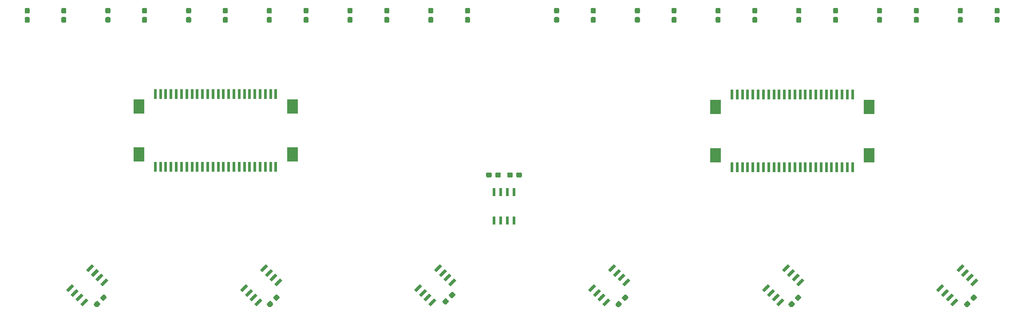
<source format=gbr>
G04 #@! TF.GenerationSoftware,KiCad,Pcbnew,5.0.2-bee76a0~70~ubuntu18.04.1*
G04 #@! TF.CreationDate,2020-05-25T20:10:49+02:00*
G04 #@! TF.ProjectId,AB-AudioMatrix-6x6,41422d41-7564-4696-9f4d-61747269782d,v3.4*
G04 #@! TF.SameCoordinates,Original*
G04 #@! TF.FileFunction,Paste,Bot*
G04 #@! TF.FilePolarity,Positive*
%FSLAX46Y46*%
G04 Gerber Fmt 4.6, Leading zero omitted, Abs format (unit mm)*
G04 Created by KiCad (PCBNEW 5.0.2-bee76a0~70~ubuntu18.04.1) date Mo 25 Mai 2020 20:10:49 CEST*
%MOMM*%
%LPD*%
G01*
G04 APERTURE LIST*
%ADD10R,0.600000X1.900000*%
%ADD11R,2.100000X2.800000*%
%ADD12C,0.100000*%
%ADD13C,0.950000*%
%ADD14C,0.600000*%
%ADD15R,0.600000X1.550000*%
G04 APERTURE END LIST*
D10*
G04 #@! TO.C,J14*
X99500000Y-98050000D03*
X98500000Y-98050000D03*
X97500000Y-98050000D03*
X96500000Y-98050000D03*
D11*
X102650000Y-100400000D03*
X73350000Y-100400000D03*
D10*
X95500000Y-98050000D03*
X94500000Y-98050000D03*
X93500000Y-98050000D03*
X92500000Y-98050000D03*
X91500000Y-98050000D03*
X90500000Y-98050000D03*
X89500000Y-98050000D03*
X88500000Y-98050000D03*
X87500000Y-98050000D03*
X86500000Y-98050000D03*
X85500000Y-98050000D03*
X84500000Y-98050000D03*
X83500000Y-98050000D03*
X82500000Y-98050000D03*
X81500000Y-98050000D03*
X80500000Y-98050000D03*
X79500000Y-98050000D03*
X78500000Y-98050000D03*
X77500000Y-98050000D03*
X76500000Y-98050000D03*
G04 #@! TD*
G04 #@! TO.C,J16*
X186500000Y-112054157D03*
X187500000Y-112054157D03*
X188500000Y-112054157D03*
X189500000Y-112054157D03*
D11*
X183350000Y-109704157D03*
X212650000Y-109704157D03*
D10*
X190500000Y-112054157D03*
X191500000Y-112054157D03*
X192500000Y-112054157D03*
X193500000Y-112054157D03*
X194500000Y-112054157D03*
X195500000Y-112054157D03*
X196500000Y-112054157D03*
X197500000Y-112054157D03*
X198500000Y-112054157D03*
X199500000Y-112054157D03*
X200500000Y-112054157D03*
X201500000Y-112054157D03*
X202500000Y-112054157D03*
X203500000Y-112054157D03*
X204500000Y-112054157D03*
X205500000Y-112054157D03*
X206500000Y-112054157D03*
X207500000Y-112054157D03*
X208500000Y-112054157D03*
X209500000Y-112054157D03*
G04 #@! TD*
G04 #@! TO.C,J13*
X76500000Y-111950000D03*
X77500000Y-111950000D03*
X78500000Y-111950000D03*
X79500000Y-111950000D03*
D11*
X73350000Y-109600000D03*
X102650000Y-109600000D03*
D10*
X80500000Y-111950000D03*
X81500000Y-111950000D03*
X82500000Y-111950000D03*
X83500000Y-111950000D03*
X84500000Y-111950000D03*
X85500000Y-111950000D03*
X86500000Y-111950000D03*
X87500000Y-111950000D03*
X88500000Y-111950000D03*
X89500000Y-111950000D03*
X90500000Y-111950000D03*
X91500000Y-111950000D03*
X92500000Y-111950000D03*
X93500000Y-111950000D03*
X94500000Y-111950000D03*
X95500000Y-111950000D03*
X96500000Y-111950000D03*
X97500000Y-111950000D03*
X98500000Y-111950000D03*
X99500000Y-111950000D03*
G04 #@! TD*
G04 #@! TO.C,J17*
X209500000Y-98154157D03*
X208500000Y-98154157D03*
X207500000Y-98154157D03*
X206500000Y-98154157D03*
D11*
X212650000Y-100504157D03*
X183350000Y-100504157D03*
D10*
X205500000Y-98154157D03*
X204500000Y-98154157D03*
X203500000Y-98154157D03*
X202500000Y-98154157D03*
X201500000Y-98154157D03*
X200500000Y-98154157D03*
X199500000Y-98154157D03*
X198500000Y-98154157D03*
X197500000Y-98154157D03*
X196500000Y-98154157D03*
X195500000Y-98154157D03*
X194500000Y-98154157D03*
X193500000Y-98154157D03*
X192500000Y-98154157D03*
X191500000Y-98154157D03*
X190500000Y-98154157D03*
X189500000Y-98154157D03*
X188500000Y-98154157D03*
X187500000Y-98154157D03*
X186500000Y-98154157D03*
G04 #@! TD*
D12*
G04 #@! TO.C,R1*
G36*
X59319279Y-81601144D02*
X59342334Y-81604563D01*
X59364943Y-81610227D01*
X59386887Y-81618079D01*
X59407957Y-81628044D01*
X59427948Y-81640026D01*
X59446668Y-81653910D01*
X59463938Y-81669562D01*
X59479590Y-81686832D01*
X59493474Y-81705552D01*
X59505456Y-81725543D01*
X59515421Y-81746613D01*
X59523273Y-81768557D01*
X59528937Y-81791166D01*
X59532356Y-81814221D01*
X59533500Y-81837500D01*
X59533500Y-82412500D01*
X59532356Y-82435779D01*
X59528937Y-82458834D01*
X59523273Y-82481443D01*
X59515421Y-82503387D01*
X59505456Y-82524457D01*
X59493474Y-82544448D01*
X59479590Y-82563168D01*
X59463938Y-82580438D01*
X59446668Y-82596090D01*
X59427948Y-82609974D01*
X59407957Y-82621956D01*
X59386887Y-82631921D01*
X59364943Y-82639773D01*
X59342334Y-82645437D01*
X59319279Y-82648856D01*
X59296000Y-82650000D01*
X58821000Y-82650000D01*
X58797721Y-82648856D01*
X58774666Y-82645437D01*
X58752057Y-82639773D01*
X58730113Y-82631921D01*
X58709043Y-82621956D01*
X58689052Y-82609974D01*
X58670332Y-82596090D01*
X58653062Y-82580438D01*
X58637410Y-82563168D01*
X58623526Y-82544448D01*
X58611544Y-82524457D01*
X58601579Y-82503387D01*
X58593727Y-82481443D01*
X58588063Y-82458834D01*
X58584644Y-82435779D01*
X58583500Y-82412500D01*
X58583500Y-81837500D01*
X58584644Y-81814221D01*
X58588063Y-81791166D01*
X58593727Y-81768557D01*
X58601579Y-81746613D01*
X58611544Y-81725543D01*
X58623526Y-81705552D01*
X58637410Y-81686832D01*
X58653062Y-81669562D01*
X58670332Y-81653910D01*
X58689052Y-81640026D01*
X58709043Y-81628044D01*
X58730113Y-81618079D01*
X58752057Y-81610227D01*
X58774666Y-81604563D01*
X58797721Y-81601144D01*
X58821000Y-81600000D01*
X59296000Y-81600000D01*
X59319279Y-81601144D01*
X59319279Y-81601144D01*
G37*
D13*
X59058500Y-82125000D03*
D12*
G36*
X59319279Y-83351144D02*
X59342334Y-83354563D01*
X59364943Y-83360227D01*
X59386887Y-83368079D01*
X59407957Y-83378044D01*
X59427948Y-83390026D01*
X59446668Y-83403910D01*
X59463938Y-83419562D01*
X59479590Y-83436832D01*
X59493474Y-83455552D01*
X59505456Y-83475543D01*
X59515421Y-83496613D01*
X59523273Y-83518557D01*
X59528937Y-83541166D01*
X59532356Y-83564221D01*
X59533500Y-83587500D01*
X59533500Y-84162500D01*
X59532356Y-84185779D01*
X59528937Y-84208834D01*
X59523273Y-84231443D01*
X59515421Y-84253387D01*
X59505456Y-84274457D01*
X59493474Y-84294448D01*
X59479590Y-84313168D01*
X59463938Y-84330438D01*
X59446668Y-84346090D01*
X59427948Y-84359974D01*
X59407957Y-84371956D01*
X59386887Y-84381921D01*
X59364943Y-84389773D01*
X59342334Y-84395437D01*
X59319279Y-84398856D01*
X59296000Y-84400000D01*
X58821000Y-84400000D01*
X58797721Y-84398856D01*
X58774666Y-84395437D01*
X58752057Y-84389773D01*
X58730113Y-84381921D01*
X58709043Y-84371956D01*
X58689052Y-84359974D01*
X58670332Y-84346090D01*
X58653062Y-84330438D01*
X58637410Y-84313168D01*
X58623526Y-84294448D01*
X58611544Y-84274457D01*
X58601579Y-84253387D01*
X58593727Y-84231443D01*
X58588063Y-84208834D01*
X58584644Y-84185779D01*
X58583500Y-84162500D01*
X58583500Y-83587500D01*
X58584644Y-83564221D01*
X58588063Y-83541166D01*
X58593727Y-83518557D01*
X58601579Y-83496613D01*
X58611544Y-83475543D01*
X58623526Y-83455552D01*
X58637410Y-83436832D01*
X58653062Y-83419562D01*
X58670332Y-83403910D01*
X58689052Y-83390026D01*
X58709043Y-83378044D01*
X58730113Y-83368079D01*
X58752057Y-83360227D01*
X58774666Y-83354563D01*
X58797721Y-83351144D01*
X58821000Y-83350000D01*
X59296000Y-83350000D01*
X59319279Y-83351144D01*
X59319279Y-83351144D01*
G37*
D13*
X59058500Y-83875000D03*
G04 #@! TD*
D12*
G04 #@! TO.C,R2*
G36*
X74719279Y-81601144D02*
X74742334Y-81604563D01*
X74764943Y-81610227D01*
X74786887Y-81618079D01*
X74807957Y-81628044D01*
X74827948Y-81640026D01*
X74846668Y-81653910D01*
X74863938Y-81669562D01*
X74879590Y-81686832D01*
X74893474Y-81705552D01*
X74905456Y-81725543D01*
X74915421Y-81746613D01*
X74923273Y-81768557D01*
X74928937Y-81791166D01*
X74932356Y-81814221D01*
X74933500Y-81837500D01*
X74933500Y-82412500D01*
X74932356Y-82435779D01*
X74928937Y-82458834D01*
X74923273Y-82481443D01*
X74915421Y-82503387D01*
X74905456Y-82524457D01*
X74893474Y-82544448D01*
X74879590Y-82563168D01*
X74863938Y-82580438D01*
X74846668Y-82596090D01*
X74827948Y-82609974D01*
X74807957Y-82621956D01*
X74786887Y-82631921D01*
X74764943Y-82639773D01*
X74742334Y-82645437D01*
X74719279Y-82648856D01*
X74696000Y-82650000D01*
X74221000Y-82650000D01*
X74197721Y-82648856D01*
X74174666Y-82645437D01*
X74152057Y-82639773D01*
X74130113Y-82631921D01*
X74109043Y-82621956D01*
X74089052Y-82609974D01*
X74070332Y-82596090D01*
X74053062Y-82580438D01*
X74037410Y-82563168D01*
X74023526Y-82544448D01*
X74011544Y-82524457D01*
X74001579Y-82503387D01*
X73993727Y-82481443D01*
X73988063Y-82458834D01*
X73984644Y-82435779D01*
X73983500Y-82412500D01*
X73983500Y-81837500D01*
X73984644Y-81814221D01*
X73988063Y-81791166D01*
X73993727Y-81768557D01*
X74001579Y-81746613D01*
X74011544Y-81725543D01*
X74023526Y-81705552D01*
X74037410Y-81686832D01*
X74053062Y-81669562D01*
X74070332Y-81653910D01*
X74089052Y-81640026D01*
X74109043Y-81628044D01*
X74130113Y-81618079D01*
X74152057Y-81610227D01*
X74174666Y-81604563D01*
X74197721Y-81601144D01*
X74221000Y-81600000D01*
X74696000Y-81600000D01*
X74719279Y-81601144D01*
X74719279Y-81601144D01*
G37*
D13*
X74458500Y-82125000D03*
D12*
G36*
X74719279Y-83351144D02*
X74742334Y-83354563D01*
X74764943Y-83360227D01*
X74786887Y-83368079D01*
X74807957Y-83378044D01*
X74827948Y-83390026D01*
X74846668Y-83403910D01*
X74863938Y-83419562D01*
X74879590Y-83436832D01*
X74893474Y-83455552D01*
X74905456Y-83475543D01*
X74915421Y-83496613D01*
X74923273Y-83518557D01*
X74928937Y-83541166D01*
X74932356Y-83564221D01*
X74933500Y-83587500D01*
X74933500Y-84162500D01*
X74932356Y-84185779D01*
X74928937Y-84208834D01*
X74923273Y-84231443D01*
X74915421Y-84253387D01*
X74905456Y-84274457D01*
X74893474Y-84294448D01*
X74879590Y-84313168D01*
X74863938Y-84330438D01*
X74846668Y-84346090D01*
X74827948Y-84359974D01*
X74807957Y-84371956D01*
X74786887Y-84381921D01*
X74764943Y-84389773D01*
X74742334Y-84395437D01*
X74719279Y-84398856D01*
X74696000Y-84400000D01*
X74221000Y-84400000D01*
X74197721Y-84398856D01*
X74174666Y-84395437D01*
X74152057Y-84389773D01*
X74130113Y-84381921D01*
X74109043Y-84371956D01*
X74089052Y-84359974D01*
X74070332Y-84346090D01*
X74053062Y-84330438D01*
X74037410Y-84313168D01*
X74023526Y-84294448D01*
X74011544Y-84274457D01*
X74001579Y-84253387D01*
X73993727Y-84231443D01*
X73988063Y-84208834D01*
X73984644Y-84185779D01*
X73983500Y-84162500D01*
X73983500Y-83587500D01*
X73984644Y-83564221D01*
X73988063Y-83541166D01*
X73993727Y-83518557D01*
X74001579Y-83496613D01*
X74011544Y-83475543D01*
X74023526Y-83455552D01*
X74037410Y-83436832D01*
X74053062Y-83419562D01*
X74070332Y-83403910D01*
X74089052Y-83390026D01*
X74109043Y-83378044D01*
X74130113Y-83368079D01*
X74152057Y-83360227D01*
X74174666Y-83354563D01*
X74197721Y-83351144D01*
X74221000Y-83350000D01*
X74696000Y-83350000D01*
X74719279Y-83351144D01*
X74719279Y-83351144D01*
G37*
D13*
X74458500Y-83875000D03*
G04 #@! TD*
D12*
G04 #@! TO.C,R3*
G36*
X90119279Y-81601144D02*
X90142334Y-81604563D01*
X90164943Y-81610227D01*
X90186887Y-81618079D01*
X90207957Y-81628044D01*
X90227948Y-81640026D01*
X90246668Y-81653910D01*
X90263938Y-81669562D01*
X90279590Y-81686832D01*
X90293474Y-81705552D01*
X90305456Y-81725543D01*
X90315421Y-81746613D01*
X90323273Y-81768557D01*
X90328937Y-81791166D01*
X90332356Y-81814221D01*
X90333500Y-81837500D01*
X90333500Y-82412500D01*
X90332356Y-82435779D01*
X90328937Y-82458834D01*
X90323273Y-82481443D01*
X90315421Y-82503387D01*
X90305456Y-82524457D01*
X90293474Y-82544448D01*
X90279590Y-82563168D01*
X90263938Y-82580438D01*
X90246668Y-82596090D01*
X90227948Y-82609974D01*
X90207957Y-82621956D01*
X90186887Y-82631921D01*
X90164943Y-82639773D01*
X90142334Y-82645437D01*
X90119279Y-82648856D01*
X90096000Y-82650000D01*
X89621000Y-82650000D01*
X89597721Y-82648856D01*
X89574666Y-82645437D01*
X89552057Y-82639773D01*
X89530113Y-82631921D01*
X89509043Y-82621956D01*
X89489052Y-82609974D01*
X89470332Y-82596090D01*
X89453062Y-82580438D01*
X89437410Y-82563168D01*
X89423526Y-82544448D01*
X89411544Y-82524457D01*
X89401579Y-82503387D01*
X89393727Y-82481443D01*
X89388063Y-82458834D01*
X89384644Y-82435779D01*
X89383500Y-82412500D01*
X89383500Y-81837500D01*
X89384644Y-81814221D01*
X89388063Y-81791166D01*
X89393727Y-81768557D01*
X89401579Y-81746613D01*
X89411544Y-81725543D01*
X89423526Y-81705552D01*
X89437410Y-81686832D01*
X89453062Y-81669562D01*
X89470332Y-81653910D01*
X89489052Y-81640026D01*
X89509043Y-81628044D01*
X89530113Y-81618079D01*
X89552057Y-81610227D01*
X89574666Y-81604563D01*
X89597721Y-81601144D01*
X89621000Y-81600000D01*
X90096000Y-81600000D01*
X90119279Y-81601144D01*
X90119279Y-81601144D01*
G37*
D13*
X89858500Y-82125000D03*
D12*
G36*
X90119279Y-83351144D02*
X90142334Y-83354563D01*
X90164943Y-83360227D01*
X90186887Y-83368079D01*
X90207957Y-83378044D01*
X90227948Y-83390026D01*
X90246668Y-83403910D01*
X90263938Y-83419562D01*
X90279590Y-83436832D01*
X90293474Y-83455552D01*
X90305456Y-83475543D01*
X90315421Y-83496613D01*
X90323273Y-83518557D01*
X90328937Y-83541166D01*
X90332356Y-83564221D01*
X90333500Y-83587500D01*
X90333500Y-84162500D01*
X90332356Y-84185779D01*
X90328937Y-84208834D01*
X90323273Y-84231443D01*
X90315421Y-84253387D01*
X90305456Y-84274457D01*
X90293474Y-84294448D01*
X90279590Y-84313168D01*
X90263938Y-84330438D01*
X90246668Y-84346090D01*
X90227948Y-84359974D01*
X90207957Y-84371956D01*
X90186887Y-84381921D01*
X90164943Y-84389773D01*
X90142334Y-84395437D01*
X90119279Y-84398856D01*
X90096000Y-84400000D01*
X89621000Y-84400000D01*
X89597721Y-84398856D01*
X89574666Y-84395437D01*
X89552057Y-84389773D01*
X89530113Y-84381921D01*
X89509043Y-84371956D01*
X89489052Y-84359974D01*
X89470332Y-84346090D01*
X89453062Y-84330438D01*
X89437410Y-84313168D01*
X89423526Y-84294448D01*
X89411544Y-84274457D01*
X89401579Y-84253387D01*
X89393727Y-84231443D01*
X89388063Y-84208834D01*
X89384644Y-84185779D01*
X89383500Y-84162500D01*
X89383500Y-83587500D01*
X89384644Y-83564221D01*
X89388063Y-83541166D01*
X89393727Y-83518557D01*
X89401579Y-83496613D01*
X89411544Y-83475543D01*
X89423526Y-83455552D01*
X89437410Y-83436832D01*
X89453062Y-83419562D01*
X89470332Y-83403910D01*
X89489052Y-83390026D01*
X89509043Y-83378044D01*
X89530113Y-83368079D01*
X89552057Y-83360227D01*
X89574666Y-83354563D01*
X89597721Y-83351144D01*
X89621000Y-83350000D01*
X90096000Y-83350000D01*
X90119279Y-83351144D01*
X90119279Y-83351144D01*
G37*
D13*
X89858500Y-83875000D03*
G04 #@! TD*
D12*
G04 #@! TO.C,R4*
G36*
X105519279Y-81601144D02*
X105542334Y-81604563D01*
X105564943Y-81610227D01*
X105586887Y-81618079D01*
X105607957Y-81628044D01*
X105627948Y-81640026D01*
X105646668Y-81653910D01*
X105663938Y-81669562D01*
X105679590Y-81686832D01*
X105693474Y-81705552D01*
X105705456Y-81725543D01*
X105715421Y-81746613D01*
X105723273Y-81768557D01*
X105728937Y-81791166D01*
X105732356Y-81814221D01*
X105733500Y-81837500D01*
X105733500Y-82412500D01*
X105732356Y-82435779D01*
X105728937Y-82458834D01*
X105723273Y-82481443D01*
X105715421Y-82503387D01*
X105705456Y-82524457D01*
X105693474Y-82544448D01*
X105679590Y-82563168D01*
X105663938Y-82580438D01*
X105646668Y-82596090D01*
X105627948Y-82609974D01*
X105607957Y-82621956D01*
X105586887Y-82631921D01*
X105564943Y-82639773D01*
X105542334Y-82645437D01*
X105519279Y-82648856D01*
X105496000Y-82650000D01*
X105021000Y-82650000D01*
X104997721Y-82648856D01*
X104974666Y-82645437D01*
X104952057Y-82639773D01*
X104930113Y-82631921D01*
X104909043Y-82621956D01*
X104889052Y-82609974D01*
X104870332Y-82596090D01*
X104853062Y-82580438D01*
X104837410Y-82563168D01*
X104823526Y-82544448D01*
X104811544Y-82524457D01*
X104801579Y-82503387D01*
X104793727Y-82481443D01*
X104788063Y-82458834D01*
X104784644Y-82435779D01*
X104783500Y-82412500D01*
X104783500Y-81837500D01*
X104784644Y-81814221D01*
X104788063Y-81791166D01*
X104793727Y-81768557D01*
X104801579Y-81746613D01*
X104811544Y-81725543D01*
X104823526Y-81705552D01*
X104837410Y-81686832D01*
X104853062Y-81669562D01*
X104870332Y-81653910D01*
X104889052Y-81640026D01*
X104909043Y-81628044D01*
X104930113Y-81618079D01*
X104952057Y-81610227D01*
X104974666Y-81604563D01*
X104997721Y-81601144D01*
X105021000Y-81600000D01*
X105496000Y-81600000D01*
X105519279Y-81601144D01*
X105519279Y-81601144D01*
G37*
D13*
X105258500Y-82125000D03*
D12*
G36*
X105519279Y-83351144D02*
X105542334Y-83354563D01*
X105564943Y-83360227D01*
X105586887Y-83368079D01*
X105607957Y-83378044D01*
X105627948Y-83390026D01*
X105646668Y-83403910D01*
X105663938Y-83419562D01*
X105679590Y-83436832D01*
X105693474Y-83455552D01*
X105705456Y-83475543D01*
X105715421Y-83496613D01*
X105723273Y-83518557D01*
X105728937Y-83541166D01*
X105732356Y-83564221D01*
X105733500Y-83587500D01*
X105733500Y-84162500D01*
X105732356Y-84185779D01*
X105728937Y-84208834D01*
X105723273Y-84231443D01*
X105715421Y-84253387D01*
X105705456Y-84274457D01*
X105693474Y-84294448D01*
X105679590Y-84313168D01*
X105663938Y-84330438D01*
X105646668Y-84346090D01*
X105627948Y-84359974D01*
X105607957Y-84371956D01*
X105586887Y-84381921D01*
X105564943Y-84389773D01*
X105542334Y-84395437D01*
X105519279Y-84398856D01*
X105496000Y-84400000D01*
X105021000Y-84400000D01*
X104997721Y-84398856D01*
X104974666Y-84395437D01*
X104952057Y-84389773D01*
X104930113Y-84381921D01*
X104909043Y-84371956D01*
X104889052Y-84359974D01*
X104870332Y-84346090D01*
X104853062Y-84330438D01*
X104837410Y-84313168D01*
X104823526Y-84294448D01*
X104811544Y-84274457D01*
X104801579Y-84253387D01*
X104793727Y-84231443D01*
X104788063Y-84208834D01*
X104784644Y-84185779D01*
X104783500Y-84162500D01*
X104783500Y-83587500D01*
X104784644Y-83564221D01*
X104788063Y-83541166D01*
X104793727Y-83518557D01*
X104801579Y-83496613D01*
X104811544Y-83475543D01*
X104823526Y-83455552D01*
X104837410Y-83436832D01*
X104853062Y-83419562D01*
X104870332Y-83403910D01*
X104889052Y-83390026D01*
X104909043Y-83378044D01*
X104930113Y-83368079D01*
X104952057Y-83360227D01*
X104974666Y-83354563D01*
X104997721Y-83351144D01*
X105021000Y-83350000D01*
X105496000Y-83350000D01*
X105519279Y-83351144D01*
X105519279Y-83351144D01*
G37*
D13*
X105258500Y-83875000D03*
G04 #@! TD*
D12*
G04 #@! TO.C,R5*
G36*
X120919279Y-81601144D02*
X120942334Y-81604563D01*
X120964943Y-81610227D01*
X120986887Y-81618079D01*
X121007957Y-81628044D01*
X121027948Y-81640026D01*
X121046668Y-81653910D01*
X121063938Y-81669562D01*
X121079590Y-81686832D01*
X121093474Y-81705552D01*
X121105456Y-81725543D01*
X121115421Y-81746613D01*
X121123273Y-81768557D01*
X121128937Y-81791166D01*
X121132356Y-81814221D01*
X121133500Y-81837500D01*
X121133500Y-82412500D01*
X121132356Y-82435779D01*
X121128937Y-82458834D01*
X121123273Y-82481443D01*
X121115421Y-82503387D01*
X121105456Y-82524457D01*
X121093474Y-82544448D01*
X121079590Y-82563168D01*
X121063938Y-82580438D01*
X121046668Y-82596090D01*
X121027948Y-82609974D01*
X121007957Y-82621956D01*
X120986887Y-82631921D01*
X120964943Y-82639773D01*
X120942334Y-82645437D01*
X120919279Y-82648856D01*
X120896000Y-82650000D01*
X120421000Y-82650000D01*
X120397721Y-82648856D01*
X120374666Y-82645437D01*
X120352057Y-82639773D01*
X120330113Y-82631921D01*
X120309043Y-82621956D01*
X120289052Y-82609974D01*
X120270332Y-82596090D01*
X120253062Y-82580438D01*
X120237410Y-82563168D01*
X120223526Y-82544448D01*
X120211544Y-82524457D01*
X120201579Y-82503387D01*
X120193727Y-82481443D01*
X120188063Y-82458834D01*
X120184644Y-82435779D01*
X120183500Y-82412500D01*
X120183500Y-81837500D01*
X120184644Y-81814221D01*
X120188063Y-81791166D01*
X120193727Y-81768557D01*
X120201579Y-81746613D01*
X120211544Y-81725543D01*
X120223526Y-81705552D01*
X120237410Y-81686832D01*
X120253062Y-81669562D01*
X120270332Y-81653910D01*
X120289052Y-81640026D01*
X120309043Y-81628044D01*
X120330113Y-81618079D01*
X120352057Y-81610227D01*
X120374666Y-81604563D01*
X120397721Y-81601144D01*
X120421000Y-81600000D01*
X120896000Y-81600000D01*
X120919279Y-81601144D01*
X120919279Y-81601144D01*
G37*
D13*
X120658500Y-82125000D03*
D12*
G36*
X120919279Y-83351144D02*
X120942334Y-83354563D01*
X120964943Y-83360227D01*
X120986887Y-83368079D01*
X121007957Y-83378044D01*
X121027948Y-83390026D01*
X121046668Y-83403910D01*
X121063938Y-83419562D01*
X121079590Y-83436832D01*
X121093474Y-83455552D01*
X121105456Y-83475543D01*
X121115421Y-83496613D01*
X121123273Y-83518557D01*
X121128937Y-83541166D01*
X121132356Y-83564221D01*
X121133500Y-83587500D01*
X121133500Y-84162500D01*
X121132356Y-84185779D01*
X121128937Y-84208834D01*
X121123273Y-84231443D01*
X121115421Y-84253387D01*
X121105456Y-84274457D01*
X121093474Y-84294448D01*
X121079590Y-84313168D01*
X121063938Y-84330438D01*
X121046668Y-84346090D01*
X121027948Y-84359974D01*
X121007957Y-84371956D01*
X120986887Y-84381921D01*
X120964943Y-84389773D01*
X120942334Y-84395437D01*
X120919279Y-84398856D01*
X120896000Y-84400000D01*
X120421000Y-84400000D01*
X120397721Y-84398856D01*
X120374666Y-84395437D01*
X120352057Y-84389773D01*
X120330113Y-84381921D01*
X120309043Y-84371956D01*
X120289052Y-84359974D01*
X120270332Y-84346090D01*
X120253062Y-84330438D01*
X120237410Y-84313168D01*
X120223526Y-84294448D01*
X120211544Y-84274457D01*
X120201579Y-84253387D01*
X120193727Y-84231443D01*
X120188063Y-84208834D01*
X120184644Y-84185779D01*
X120183500Y-84162500D01*
X120183500Y-83587500D01*
X120184644Y-83564221D01*
X120188063Y-83541166D01*
X120193727Y-83518557D01*
X120201579Y-83496613D01*
X120211544Y-83475543D01*
X120223526Y-83455552D01*
X120237410Y-83436832D01*
X120253062Y-83419562D01*
X120270332Y-83403910D01*
X120289052Y-83390026D01*
X120309043Y-83378044D01*
X120330113Y-83368079D01*
X120352057Y-83360227D01*
X120374666Y-83354563D01*
X120397721Y-83351144D01*
X120421000Y-83350000D01*
X120896000Y-83350000D01*
X120919279Y-83351144D01*
X120919279Y-83351144D01*
G37*
D13*
X120658500Y-83875000D03*
G04 #@! TD*
D12*
G04 #@! TO.C,R6*
G36*
X136319279Y-81601144D02*
X136342334Y-81604563D01*
X136364943Y-81610227D01*
X136386887Y-81618079D01*
X136407957Y-81628044D01*
X136427948Y-81640026D01*
X136446668Y-81653910D01*
X136463938Y-81669562D01*
X136479590Y-81686832D01*
X136493474Y-81705552D01*
X136505456Y-81725543D01*
X136515421Y-81746613D01*
X136523273Y-81768557D01*
X136528937Y-81791166D01*
X136532356Y-81814221D01*
X136533500Y-81837500D01*
X136533500Y-82412500D01*
X136532356Y-82435779D01*
X136528937Y-82458834D01*
X136523273Y-82481443D01*
X136515421Y-82503387D01*
X136505456Y-82524457D01*
X136493474Y-82544448D01*
X136479590Y-82563168D01*
X136463938Y-82580438D01*
X136446668Y-82596090D01*
X136427948Y-82609974D01*
X136407957Y-82621956D01*
X136386887Y-82631921D01*
X136364943Y-82639773D01*
X136342334Y-82645437D01*
X136319279Y-82648856D01*
X136296000Y-82650000D01*
X135821000Y-82650000D01*
X135797721Y-82648856D01*
X135774666Y-82645437D01*
X135752057Y-82639773D01*
X135730113Y-82631921D01*
X135709043Y-82621956D01*
X135689052Y-82609974D01*
X135670332Y-82596090D01*
X135653062Y-82580438D01*
X135637410Y-82563168D01*
X135623526Y-82544448D01*
X135611544Y-82524457D01*
X135601579Y-82503387D01*
X135593727Y-82481443D01*
X135588063Y-82458834D01*
X135584644Y-82435779D01*
X135583500Y-82412500D01*
X135583500Y-81837500D01*
X135584644Y-81814221D01*
X135588063Y-81791166D01*
X135593727Y-81768557D01*
X135601579Y-81746613D01*
X135611544Y-81725543D01*
X135623526Y-81705552D01*
X135637410Y-81686832D01*
X135653062Y-81669562D01*
X135670332Y-81653910D01*
X135689052Y-81640026D01*
X135709043Y-81628044D01*
X135730113Y-81618079D01*
X135752057Y-81610227D01*
X135774666Y-81604563D01*
X135797721Y-81601144D01*
X135821000Y-81600000D01*
X136296000Y-81600000D01*
X136319279Y-81601144D01*
X136319279Y-81601144D01*
G37*
D13*
X136058500Y-82125000D03*
D12*
G36*
X136319279Y-83351144D02*
X136342334Y-83354563D01*
X136364943Y-83360227D01*
X136386887Y-83368079D01*
X136407957Y-83378044D01*
X136427948Y-83390026D01*
X136446668Y-83403910D01*
X136463938Y-83419562D01*
X136479590Y-83436832D01*
X136493474Y-83455552D01*
X136505456Y-83475543D01*
X136515421Y-83496613D01*
X136523273Y-83518557D01*
X136528937Y-83541166D01*
X136532356Y-83564221D01*
X136533500Y-83587500D01*
X136533500Y-84162500D01*
X136532356Y-84185779D01*
X136528937Y-84208834D01*
X136523273Y-84231443D01*
X136515421Y-84253387D01*
X136505456Y-84274457D01*
X136493474Y-84294448D01*
X136479590Y-84313168D01*
X136463938Y-84330438D01*
X136446668Y-84346090D01*
X136427948Y-84359974D01*
X136407957Y-84371956D01*
X136386887Y-84381921D01*
X136364943Y-84389773D01*
X136342334Y-84395437D01*
X136319279Y-84398856D01*
X136296000Y-84400000D01*
X135821000Y-84400000D01*
X135797721Y-84398856D01*
X135774666Y-84395437D01*
X135752057Y-84389773D01*
X135730113Y-84381921D01*
X135709043Y-84371956D01*
X135689052Y-84359974D01*
X135670332Y-84346090D01*
X135653062Y-84330438D01*
X135637410Y-84313168D01*
X135623526Y-84294448D01*
X135611544Y-84274457D01*
X135601579Y-84253387D01*
X135593727Y-84231443D01*
X135588063Y-84208834D01*
X135584644Y-84185779D01*
X135583500Y-84162500D01*
X135583500Y-83587500D01*
X135584644Y-83564221D01*
X135588063Y-83541166D01*
X135593727Y-83518557D01*
X135601579Y-83496613D01*
X135611544Y-83475543D01*
X135623526Y-83455552D01*
X135637410Y-83436832D01*
X135653062Y-83419562D01*
X135670332Y-83403910D01*
X135689052Y-83390026D01*
X135709043Y-83378044D01*
X135730113Y-83368079D01*
X135752057Y-83360227D01*
X135774666Y-83354563D01*
X135797721Y-83351144D01*
X135821000Y-83350000D01*
X136296000Y-83350000D01*
X136319279Y-83351144D01*
X136319279Y-83351144D01*
G37*
D13*
X136058500Y-83875000D03*
G04 #@! TD*
D12*
G04 #@! TO.C,R7*
G36*
X52319279Y-81601144D02*
X52342334Y-81604563D01*
X52364943Y-81610227D01*
X52386887Y-81618079D01*
X52407957Y-81628044D01*
X52427948Y-81640026D01*
X52446668Y-81653910D01*
X52463938Y-81669562D01*
X52479590Y-81686832D01*
X52493474Y-81705552D01*
X52505456Y-81725543D01*
X52515421Y-81746613D01*
X52523273Y-81768557D01*
X52528937Y-81791166D01*
X52532356Y-81814221D01*
X52533500Y-81837500D01*
X52533500Y-82412500D01*
X52532356Y-82435779D01*
X52528937Y-82458834D01*
X52523273Y-82481443D01*
X52515421Y-82503387D01*
X52505456Y-82524457D01*
X52493474Y-82544448D01*
X52479590Y-82563168D01*
X52463938Y-82580438D01*
X52446668Y-82596090D01*
X52427948Y-82609974D01*
X52407957Y-82621956D01*
X52386887Y-82631921D01*
X52364943Y-82639773D01*
X52342334Y-82645437D01*
X52319279Y-82648856D01*
X52296000Y-82650000D01*
X51821000Y-82650000D01*
X51797721Y-82648856D01*
X51774666Y-82645437D01*
X51752057Y-82639773D01*
X51730113Y-82631921D01*
X51709043Y-82621956D01*
X51689052Y-82609974D01*
X51670332Y-82596090D01*
X51653062Y-82580438D01*
X51637410Y-82563168D01*
X51623526Y-82544448D01*
X51611544Y-82524457D01*
X51601579Y-82503387D01*
X51593727Y-82481443D01*
X51588063Y-82458834D01*
X51584644Y-82435779D01*
X51583500Y-82412500D01*
X51583500Y-81837500D01*
X51584644Y-81814221D01*
X51588063Y-81791166D01*
X51593727Y-81768557D01*
X51601579Y-81746613D01*
X51611544Y-81725543D01*
X51623526Y-81705552D01*
X51637410Y-81686832D01*
X51653062Y-81669562D01*
X51670332Y-81653910D01*
X51689052Y-81640026D01*
X51709043Y-81628044D01*
X51730113Y-81618079D01*
X51752057Y-81610227D01*
X51774666Y-81604563D01*
X51797721Y-81601144D01*
X51821000Y-81600000D01*
X52296000Y-81600000D01*
X52319279Y-81601144D01*
X52319279Y-81601144D01*
G37*
D13*
X52058500Y-82125000D03*
D12*
G36*
X52319279Y-83351144D02*
X52342334Y-83354563D01*
X52364943Y-83360227D01*
X52386887Y-83368079D01*
X52407957Y-83378044D01*
X52427948Y-83390026D01*
X52446668Y-83403910D01*
X52463938Y-83419562D01*
X52479590Y-83436832D01*
X52493474Y-83455552D01*
X52505456Y-83475543D01*
X52515421Y-83496613D01*
X52523273Y-83518557D01*
X52528937Y-83541166D01*
X52532356Y-83564221D01*
X52533500Y-83587500D01*
X52533500Y-84162500D01*
X52532356Y-84185779D01*
X52528937Y-84208834D01*
X52523273Y-84231443D01*
X52515421Y-84253387D01*
X52505456Y-84274457D01*
X52493474Y-84294448D01*
X52479590Y-84313168D01*
X52463938Y-84330438D01*
X52446668Y-84346090D01*
X52427948Y-84359974D01*
X52407957Y-84371956D01*
X52386887Y-84381921D01*
X52364943Y-84389773D01*
X52342334Y-84395437D01*
X52319279Y-84398856D01*
X52296000Y-84400000D01*
X51821000Y-84400000D01*
X51797721Y-84398856D01*
X51774666Y-84395437D01*
X51752057Y-84389773D01*
X51730113Y-84381921D01*
X51709043Y-84371956D01*
X51689052Y-84359974D01*
X51670332Y-84346090D01*
X51653062Y-84330438D01*
X51637410Y-84313168D01*
X51623526Y-84294448D01*
X51611544Y-84274457D01*
X51601579Y-84253387D01*
X51593727Y-84231443D01*
X51588063Y-84208834D01*
X51584644Y-84185779D01*
X51583500Y-84162500D01*
X51583500Y-83587500D01*
X51584644Y-83564221D01*
X51588063Y-83541166D01*
X51593727Y-83518557D01*
X51601579Y-83496613D01*
X51611544Y-83475543D01*
X51623526Y-83455552D01*
X51637410Y-83436832D01*
X51653062Y-83419562D01*
X51670332Y-83403910D01*
X51689052Y-83390026D01*
X51709043Y-83378044D01*
X51730113Y-83368079D01*
X51752057Y-83360227D01*
X51774666Y-83354563D01*
X51797721Y-83351144D01*
X51821000Y-83350000D01*
X52296000Y-83350000D01*
X52319279Y-83351144D01*
X52319279Y-83351144D01*
G37*
D13*
X52058500Y-83875000D03*
G04 #@! TD*
D12*
G04 #@! TO.C,R8*
G36*
X67719279Y-81601144D02*
X67742334Y-81604563D01*
X67764943Y-81610227D01*
X67786887Y-81618079D01*
X67807957Y-81628044D01*
X67827948Y-81640026D01*
X67846668Y-81653910D01*
X67863938Y-81669562D01*
X67879590Y-81686832D01*
X67893474Y-81705552D01*
X67905456Y-81725543D01*
X67915421Y-81746613D01*
X67923273Y-81768557D01*
X67928937Y-81791166D01*
X67932356Y-81814221D01*
X67933500Y-81837500D01*
X67933500Y-82412500D01*
X67932356Y-82435779D01*
X67928937Y-82458834D01*
X67923273Y-82481443D01*
X67915421Y-82503387D01*
X67905456Y-82524457D01*
X67893474Y-82544448D01*
X67879590Y-82563168D01*
X67863938Y-82580438D01*
X67846668Y-82596090D01*
X67827948Y-82609974D01*
X67807957Y-82621956D01*
X67786887Y-82631921D01*
X67764943Y-82639773D01*
X67742334Y-82645437D01*
X67719279Y-82648856D01*
X67696000Y-82650000D01*
X67221000Y-82650000D01*
X67197721Y-82648856D01*
X67174666Y-82645437D01*
X67152057Y-82639773D01*
X67130113Y-82631921D01*
X67109043Y-82621956D01*
X67089052Y-82609974D01*
X67070332Y-82596090D01*
X67053062Y-82580438D01*
X67037410Y-82563168D01*
X67023526Y-82544448D01*
X67011544Y-82524457D01*
X67001579Y-82503387D01*
X66993727Y-82481443D01*
X66988063Y-82458834D01*
X66984644Y-82435779D01*
X66983500Y-82412500D01*
X66983500Y-81837500D01*
X66984644Y-81814221D01*
X66988063Y-81791166D01*
X66993727Y-81768557D01*
X67001579Y-81746613D01*
X67011544Y-81725543D01*
X67023526Y-81705552D01*
X67037410Y-81686832D01*
X67053062Y-81669562D01*
X67070332Y-81653910D01*
X67089052Y-81640026D01*
X67109043Y-81628044D01*
X67130113Y-81618079D01*
X67152057Y-81610227D01*
X67174666Y-81604563D01*
X67197721Y-81601144D01*
X67221000Y-81600000D01*
X67696000Y-81600000D01*
X67719279Y-81601144D01*
X67719279Y-81601144D01*
G37*
D13*
X67458500Y-82125000D03*
D12*
G36*
X67719279Y-83351144D02*
X67742334Y-83354563D01*
X67764943Y-83360227D01*
X67786887Y-83368079D01*
X67807957Y-83378044D01*
X67827948Y-83390026D01*
X67846668Y-83403910D01*
X67863938Y-83419562D01*
X67879590Y-83436832D01*
X67893474Y-83455552D01*
X67905456Y-83475543D01*
X67915421Y-83496613D01*
X67923273Y-83518557D01*
X67928937Y-83541166D01*
X67932356Y-83564221D01*
X67933500Y-83587500D01*
X67933500Y-84162500D01*
X67932356Y-84185779D01*
X67928937Y-84208834D01*
X67923273Y-84231443D01*
X67915421Y-84253387D01*
X67905456Y-84274457D01*
X67893474Y-84294448D01*
X67879590Y-84313168D01*
X67863938Y-84330438D01*
X67846668Y-84346090D01*
X67827948Y-84359974D01*
X67807957Y-84371956D01*
X67786887Y-84381921D01*
X67764943Y-84389773D01*
X67742334Y-84395437D01*
X67719279Y-84398856D01*
X67696000Y-84400000D01*
X67221000Y-84400000D01*
X67197721Y-84398856D01*
X67174666Y-84395437D01*
X67152057Y-84389773D01*
X67130113Y-84381921D01*
X67109043Y-84371956D01*
X67089052Y-84359974D01*
X67070332Y-84346090D01*
X67053062Y-84330438D01*
X67037410Y-84313168D01*
X67023526Y-84294448D01*
X67011544Y-84274457D01*
X67001579Y-84253387D01*
X66993727Y-84231443D01*
X66988063Y-84208834D01*
X66984644Y-84185779D01*
X66983500Y-84162500D01*
X66983500Y-83587500D01*
X66984644Y-83564221D01*
X66988063Y-83541166D01*
X66993727Y-83518557D01*
X67001579Y-83496613D01*
X67011544Y-83475543D01*
X67023526Y-83455552D01*
X67037410Y-83436832D01*
X67053062Y-83419562D01*
X67070332Y-83403910D01*
X67089052Y-83390026D01*
X67109043Y-83378044D01*
X67130113Y-83368079D01*
X67152057Y-83360227D01*
X67174666Y-83354563D01*
X67197721Y-83351144D01*
X67221000Y-83350000D01*
X67696000Y-83350000D01*
X67719279Y-83351144D01*
X67719279Y-83351144D01*
G37*
D13*
X67458500Y-83875000D03*
G04 #@! TD*
D12*
G04 #@! TO.C,R9*
G36*
X83119279Y-81601144D02*
X83142334Y-81604563D01*
X83164943Y-81610227D01*
X83186887Y-81618079D01*
X83207957Y-81628044D01*
X83227948Y-81640026D01*
X83246668Y-81653910D01*
X83263938Y-81669562D01*
X83279590Y-81686832D01*
X83293474Y-81705552D01*
X83305456Y-81725543D01*
X83315421Y-81746613D01*
X83323273Y-81768557D01*
X83328937Y-81791166D01*
X83332356Y-81814221D01*
X83333500Y-81837500D01*
X83333500Y-82412500D01*
X83332356Y-82435779D01*
X83328937Y-82458834D01*
X83323273Y-82481443D01*
X83315421Y-82503387D01*
X83305456Y-82524457D01*
X83293474Y-82544448D01*
X83279590Y-82563168D01*
X83263938Y-82580438D01*
X83246668Y-82596090D01*
X83227948Y-82609974D01*
X83207957Y-82621956D01*
X83186887Y-82631921D01*
X83164943Y-82639773D01*
X83142334Y-82645437D01*
X83119279Y-82648856D01*
X83096000Y-82650000D01*
X82621000Y-82650000D01*
X82597721Y-82648856D01*
X82574666Y-82645437D01*
X82552057Y-82639773D01*
X82530113Y-82631921D01*
X82509043Y-82621956D01*
X82489052Y-82609974D01*
X82470332Y-82596090D01*
X82453062Y-82580438D01*
X82437410Y-82563168D01*
X82423526Y-82544448D01*
X82411544Y-82524457D01*
X82401579Y-82503387D01*
X82393727Y-82481443D01*
X82388063Y-82458834D01*
X82384644Y-82435779D01*
X82383500Y-82412500D01*
X82383500Y-81837500D01*
X82384644Y-81814221D01*
X82388063Y-81791166D01*
X82393727Y-81768557D01*
X82401579Y-81746613D01*
X82411544Y-81725543D01*
X82423526Y-81705552D01*
X82437410Y-81686832D01*
X82453062Y-81669562D01*
X82470332Y-81653910D01*
X82489052Y-81640026D01*
X82509043Y-81628044D01*
X82530113Y-81618079D01*
X82552057Y-81610227D01*
X82574666Y-81604563D01*
X82597721Y-81601144D01*
X82621000Y-81600000D01*
X83096000Y-81600000D01*
X83119279Y-81601144D01*
X83119279Y-81601144D01*
G37*
D13*
X82858500Y-82125000D03*
D12*
G36*
X83119279Y-83351144D02*
X83142334Y-83354563D01*
X83164943Y-83360227D01*
X83186887Y-83368079D01*
X83207957Y-83378044D01*
X83227948Y-83390026D01*
X83246668Y-83403910D01*
X83263938Y-83419562D01*
X83279590Y-83436832D01*
X83293474Y-83455552D01*
X83305456Y-83475543D01*
X83315421Y-83496613D01*
X83323273Y-83518557D01*
X83328937Y-83541166D01*
X83332356Y-83564221D01*
X83333500Y-83587500D01*
X83333500Y-84162500D01*
X83332356Y-84185779D01*
X83328937Y-84208834D01*
X83323273Y-84231443D01*
X83315421Y-84253387D01*
X83305456Y-84274457D01*
X83293474Y-84294448D01*
X83279590Y-84313168D01*
X83263938Y-84330438D01*
X83246668Y-84346090D01*
X83227948Y-84359974D01*
X83207957Y-84371956D01*
X83186887Y-84381921D01*
X83164943Y-84389773D01*
X83142334Y-84395437D01*
X83119279Y-84398856D01*
X83096000Y-84400000D01*
X82621000Y-84400000D01*
X82597721Y-84398856D01*
X82574666Y-84395437D01*
X82552057Y-84389773D01*
X82530113Y-84381921D01*
X82509043Y-84371956D01*
X82489052Y-84359974D01*
X82470332Y-84346090D01*
X82453062Y-84330438D01*
X82437410Y-84313168D01*
X82423526Y-84294448D01*
X82411544Y-84274457D01*
X82401579Y-84253387D01*
X82393727Y-84231443D01*
X82388063Y-84208834D01*
X82384644Y-84185779D01*
X82383500Y-84162500D01*
X82383500Y-83587500D01*
X82384644Y-83564221D01*
X82388063Y-83541166D01*
X82393727Y-83518557D01*
X82401579Y-83496613D01*
X82411544Y-83475543D01*
X82423526Y-83455552D01*
X82437410Y-83436832D01*
X82453062Y-83419562D01*
X82470332Y-83403910D01*
X82489052Y-83390026D01*
X82509043Y-83378044D01*
X82530113Y-83368079D01*
X82552057Y-83360227D01*
X82574666Y-83354563D01*
X82597721Y-83351144D01*
X82621000Y-83350000D01*
X83096000Y-83350000D01*
X83119279Y-83351144D01*
X83119279Y-83351144D01*
G37*
D13*
X82858500Y-83875000D03*
G04 #@! TD*
D12*
G04 #@! TO.C,R10*
G36*
X98519279Y-81601144D02*
X98542334Y-81604563D01*
X98564943Y-81610227D01*
X98586887Y-81618079D01*
X98607957Y-81628044D01*
X98627948Y-81640026D01*
X98646668Y-81653910D01*
X98663938Y-81669562D01*
X98679590Y-81686832D01*
X98693474Y-81705552D01*
X98705456Y-81725543D01*
X98715421Y-81746613D01*
X98723273Y-81768557D01*
X98728937Y-81791166D01*
X98732356Y-81814221D01*
X98733500Y-81837500D01*
X98733500Y-82412500D01*
X98732356Y-82435779D01*
X98728937Y-82458834D01*
X98723273Y-82481443D01*
X98715421Y-82503387D01*
X98705456Y-82524457D01*
X98693474Y-82544448D01*
X98679590Y-82563168D01*
X98663938Y-82580438D01*
X98646668Y-82596090D01*
X98627948Y-82609974D01*
X98607957Y-82621956D01*
X98586887Y-82631921D01*
X98564943Y-82639773D01*
X98542334Y-82645437D01*
X98519279Y-82648856D01*
X98496000Y-82650000D01*
X98021000Y-82650000D01*
X97997721Y-82648856D01*
X97974666Y-82645437D01*
X97952057Y-82639773D01*
X97930113Y-82631921D01*
X97909043Y-82621956D01*
X97889052Y-82609974D01*
X97870332Y-82596090D01*
X97853062Y-82580438D01*
X97837410Y-82563168D01*
X97823526Y-82544448D01*
X97811544Y-82524457D01*
X97801579Y-82503387D01*
X97793727Y-82481443D01*
X97788063Y-82458834D01*
X97784644Y-82435779D01*
X97783500Y-82412500D01*
X97783500Y-81837500D01*
X97784644Y-81814221D01*
X97788063Y-81791166D01*
X97793727Y-81768557D01*
X97801579Y-81746613D01*
X97811544Y-81725543D01*
X97823526Y-81705552D01*
X97837410Y-81686832D01*
X97853062Y-81669562D01*
X97870332Y-81653910D01*
X97889052Y-81640026D01*
X97909043Y-81628044D01*
X97930113Y-81618079D01*
X97952057Y-81610227D01*
X97974666Y-81604563D01*
X97997721Y-81601144D01*
X98021000Y-81600000D01*
X98496000Y-81600000D01*
X98519279Y-81601144D01*
X98519279Y-81601144D01*
G37*
D13*
X98258500Y-82125000D03*
D12*
G36*
X98519279Y-83351144D02*
X98542334Y-83354563D01*
X98564943Y-83360227D01*
X98586887Y-83368079D01*
X98607957Y-83378044D01*
X98627948Y-83390026D01*
X98646668Y-83403910D01*
X98663938Y-83419562D01*
X98679590Y-83436832D01*
X98693474Y-83455552D01*
X98705456Y-83475543D01*
X98715421Y-83496613D01*
X98723273Y-83518557D01*
X98728937Y-83541166D01*
X98732356Y-83564221D01*
X98733500Y-83587500D01*
X98733500Y-84162500D01*
X98732356Y-84185779D01*
X98728937Y-84208834D01*
X98723273Y-84231443D01*
X98715421Y-84253387D01*
X98705456Y-84274457D01*
X98693474Y-84294448D01*
X98679590Y-84313168D01*
X98663938Y-84330438D01*
X98646668Y-84346090D01*
X98627948Y-84359974D01*
X98607957Y-84371956D01*
X98586887Y-84381921D01*
X98564943Y-84389773D01*
X98542334Y-84395437D01*
X98519279Y-84398856D01*
X98496000Y-84400000D01*
X98021000Y-84400000D01*
X97997721Y-84398856D01*
X97974666Y-84395437D01*
X97952057Y-84389773D01*
X97930113Y-84381921D01*
X97909043Y-84371956D01*
X97889052Y-84359974D01*
X97870332Y-84346090D01*
X97853062Y-84330438D01*
X97837410Y-84313168D01*
X97823526Y-84294448D01*
X97811544Y-84274457D01*
X97801579Y-84253387D01*
X97793727Y-84231443D01*
X97788063Y-84208834D01*
X97784644Y-84185779D01*
X97783500Y-84162500D01*
X97783500Y-83587500D01*
X97784644Y-83564221D01*
X97788063Y-83541166D01*
X97793727Y-83518557D01*
X97801579Y-83496613D01*
X97811544Y-83475543D01*
X97823526Y-83455552D01*
X97837410Y-83436832D01*
X97853062Y-83419562D01*
X97870332Y-83403910D01*
X97889052Y-83390026D01*
X97909043Y-83378044D01*
X97930113Y-83368079D01*
X97952057Y-83360227D01*
X97974666Y-83354563D01*
X97997721Y-83351144D01*
X98021000Y-83350000D01*
X98496000Y-83350000D01*
X98519279Y-83351144D01*
X98519279Y-83351144D01*
G37*
D13*
X98258500Y-83875000D03*
G04 #@! TD*
D12*
G04 #@! TO.C,R11*
G36*
X113919279Y-81601144D02*
X113942334Y-81604563D01*
X113964943Y-81610227D01*
X113986887Y-81618079D01*
X114007957Y-81628044D01*
X114027948Y-81640026D01*
X114046668Y-81653910D01*
X114063938Y-81669562D01*
X114079590Y-81686832D01*
X114093474Y-81705552D01*
X114105456Y-81725543D01*
X114115421Y-81746613D01*
X114123273Y-81768557D01*
X114128937Y-81791166D01*
X114132356Y-81814221D01*
X114133500Y-81837500D01*
X114133500Y-82412500D01*
X114132356Y-82435779D01*
X114128937Y-82458834D01*
X114123273Y-82481443D01*
X114115421Y-82503387D01*
X114105456Y-82524457D01*
X114093474Y-82544448D01*
X114079590Y-82563168D01*
X114063938Y-82580438D01*
X114046668Y-82596090D01*
X114027948Y-82609974D01*
X114007957Y-82621956D01*
X113986887Y-82631921D01*
X113964943Y-82639773D01*
X113942334Y-82645437D01*
X113919279Y-82648856D01*
X113896000Y-82650000D01*
X113421000Y-82650000D01*
X113397721Y-82648856D01*
X113374666Y-82645437D01*
X113352057Y-82639773D01*
X113330113Y-82631921D01*
X113309043Y-82621956D01*
X113289052Y-82609974D01*
X113270332Y-82596090D01*
X113253062Y-82580438D01*
X113237410Y-82563168D01*
X113223526Y-82544448D01*
X113211544Y-82524457D01*
X113201579Y-82503387D01*
X113193727Y-82481443D01*
X113188063Y-82458834D01*
X113184644Y-82435779D01*
X113183500Y-82412500D01*
X113183500Y-81837500D01*
X113184644Y-81814221D01*
X113188063Y-81791166D01*
X113193727Y-81768557D01*
X113201579Y-81746613D01*
X113211544Y-81725543D01*
X113223526Y-81705552D01*
X113237410Y-81686832D01*
X113253062Y-81669562D01*
X113270332Y-81653910D01*
X113289052Y-81640026D01*
X113309043Y-81628044D01*
X113330113Y-81618079D01*
X113352057Y-81610227D01*
X113374666Y-81604563D01*
X113397721Y-81601144D01*
X113421000Y-81600000D01*
X113896000Y-81600000D01*
X113919279Y-81601144D01*
X113919279Y-81601144D01*
G37*
D13*
X113658500Y-82125000D03*
D12*
G36*
X113919279Y-83351144D02*
X113942334Y-83354563D01*
X113964943Y-83360227D01*
X113986887Y-83368079D01*
X114007957Y-83378044D01*
X114027948Y-83390026D01*
X114046668Y-83403910D01*
X114063938Y-83419562D01*
X114079590Y-83436832D01*
X114093474Y-83455552D01*
X114105456Y-83475543D01*
X114115421Y-83496613D01*
X114123273Y-83518557D01*
X114128937Y-83541166D01*
X114132356Y-83564221D01*
X114133500Y-83587500D01*
X114133500Y-84162500D01*
X114132356Y-84185779D01*
X114128937Y-84208834D01*
X114123273Y-84231443D01*
X114115421Y-84253387D01*
X114105456Y-84274457D01*
X114093474Y-84294448D01*
X114079590Y-84313168D01*
X114063938Y-84330438D01*
X114046668Y-84346090D01*
X114027948Y-84359974D01*
X114007957Y-84371956D01*
X113986887Y-84381921D01*
X113964943Y-84389773D01*
X113942334Y-84395437D01*
X113919279Y-84398856D01*
X113896000Y-84400000D01*
X113421000Y-84400000D01*
X113397721Y-84398856D01*
X113374666Y-84395437D01*
X113352057Y-84389773D01*
X113330113Y-84381921D01*
X113309043Y-84371956D01*
X113289052Y-84359974D01*
X113270332Y-84346090D01*
X113253062Y-84330438D01*
X113237410Y-84313168D01*
X113223526Y-84294448D01*
X113211544Y-84274457D01*
X113201579Y-84253387D01*
X113193727Y-84231443D01*
X113188063Y-84208834D01*
X113184644Y-84185779D01*
X113183500Y-84162500D01*
X113183500Y-83587500D01*
X113184644Y-83564221D01*
X113188063Y-83541166D01*
X113193727Y-83518557D01*
X113201579Y-83496613D01*
X113211544Y-83475543D01*
X113223526Y-83455552D01*
X113237410Y-83436832D01*
X113253062Y-83419562D01*
X113270332Y-83403910D01*
X113289052Y-83390026D01*
X113309043Y-83378044D01*
X113330113Y-83368079D01*
X113352057Y-83360227D01*
X113374666Y-83354563D01*
X113397721Y-83351144D01*
X113421000Y-83350000D01*
X113896000Y-83350000D01*
X113919279Y-83351144D01*
X113919279Y-83351144D01*
G37*
D13*
X113658500Y-83875000D03*
G04 #@! TD*
D12*
G04 #@! TO.C,R12*
G36*
X129319279Y-81601144D02*
X129342334Y-81604563D01*
X129364943Y-81610227D01*
X129386887Y-81618079D01*
X129407957Y-81628044D01*
X129427948Y-81640026D01*
X129446668Y-81653910D01*
X129463938Y-81669562D01*
X129479590Y-81686832D01*
X129493474Y-81705552D01*
X129505456Y-81725543D01*
X129515421Y-81746613D01*
X129523273Y-81768557D01*
X129528937Y-81791166D01*
X129532356Y-81814221D01*
X129533500Y-81837500D01*
X129533500Y-82412500D01*
X129532356Y-82435779D01*
X129528937Y-82458834D01*
X129523273Y-82481443D01*
X129515421Y-82503387D01*
X129505456Y-82524457D01*
X129493474Y-82544448D01*
X129479590Y-82563168D01*
X129463938Y-82580438D01*
X129446668Y-82596090D01*
X129427948Y-82609974D01*
X129407957Y-82621956D01*
X129386887Y-82631921D01*
X129364943Y-82639773D01*
X129342334Y-82645437D01*
X129319279Y-82648856D01*
X129296000Y-82650000D01*
X128821000Y-82650000D01*
X128797721Y-82648856D01*
X128774666Y-82645437D01*
X128752057Y-82639773D01*
X128730113Y-82631921D01*
X128709043Y-82621956D01*
X128689052Y-82609974D01*
X128670332Y-82596090D01*
X128653062Y-82580438D01*
X128637410Y-82563168D01*
X128623526Y-82544448D01*
X128611544Y-82524457D01*
X128601579Y-82503387D01*
X128593727Y-82481443D01*
X128588063Y-82458834D01*
X128584644Y-82435779D01*
X128583500Y-82412500D01*
X128583500Y-81837500D01*
X128584644Y-81814221D01*
X128588063Y-81791166D01*
X128593727Y-81768557D01*
X128601579Y-81746613D01*
X128611544Y-81725543D01*
X128623526Y-81705552D01*
X128637410Y-81686832D01*
X128653062Y-81669562D01*
X128670332Y-81653910D01*
X128689052Y-81640026D01*
X128709043Y-81628044D01*
X128730113Y-81618079D01*
X128752057Y-81610227D01*
X128774666Y-81604563D01*
X128797721Y-81601144D01*
X128821000Y-81600000D01*
X129296000Y-81600000D01*
X129319279Y-81601144D01*
X129319279Y-81601144D01*
G37*
D13*
X129058500Y-82125000D03*
D12*
G36*
X129319279Y-83351144D02*
X129342334Y-83354563D01*
X129364943Y-83360227D01*
X129386887Y-83368079D01*
X129407957Y-83378044D01*
X129427948Y-83390026D01*
X129446668Y-83403910D01*
X129463938Y-83419562D01*
X129479590Y-83436832D01*
X129493474Y-83455552D01*
X129505456Y-83475543D01*
X129515421Y-83496613D01*
X129523273Y-83518557D01*
X129528937Y-83541166D01*
X129532356Y-83564221D01*
X129533500Y-83587500D01*
X129533500Y-84162500D01*
X129532356Y-84185779D01*
X129528937Y-84208834D01*
X129523273Y-84231443D01*
X129515421Y-84253387D01*
X129505456Y-84274457D01*
X129493474Y-84294448D01*
X129479590Y-84313168D01*
X129463938Y-84330438D01*
X129446668Y-84346090D01*
X129427948Y-84359974D01*
X129407957Y-84371956D01*
X129386887Y-84381921D01*
X129364943Y-84389773D01*
X129342334Y-84395437D01*
X129319279Y-84398856D01*
X129296000Y-84400000D01*
X128821000Y-84400000D01*
X128797721Y-84398856D01*
X128774666Y-84395437D01*
X128752057Y-84389773D01*
X128730113Y-84381921D01*
X128709043Y-84371956D01*
X128689052Y-84359974D01*
X128670332Y-84346090D01*
X128653062Y-84330438D01*
X128637410Y-84313168D01*
X128623526Y-84294448D01*
X128611544Y-84274457D01*
X128601579Y-84253387D01*
X128593727Y-84231443D01*
X128588063Y-84208834D01*
X128584644Y-84185779D01*
X128583500Y-84162500D01*
X128583500Y-83587500D01*
X128584644Y-83564221D01*
X128588063Y-83541166D01*
X128593727Y-83518557D01*
X128601579Y-83496613D01*
X128611544Y-83475543D01*
X128623526Y-83455552D01*
X128637410Y-83436832D01*
X128653062Y-83419562D01*
X128670332Y-83403910D01*
X128689052Y-83390026D01*
X128709043Y-83378044D01*
X128730113Y-83368079D01*
X128752057Y-83360227D01*
X128774666Y-83354563D01*
X128797721Y-83351144D01*
X128821000Y-83350000D01*
X129296000Y-83350000D01*
X129319279Y-83351144D01*
X129319279Y-83351144D01*
G37*
D13*
X129058500Y-83875000D03*
G04 #@! TD*
D12*
G04 #@! TO.C,R13*
G36*
X153319279Y-83351144D02*
X153342334Y-83354563D01*
X153364943Y-83360227D01*
X153386887Y-83368079D01*
X153407957Y-83378044D01*
X153427948Y-83390026D01*
X153446668Y-83403910D01*
X153463938Y-83419562D01*
X153479590Y-83436832D01*
X153493474Y-83455552D01*
X153505456Y-83475543D01*
X153515421Y-83496613D01*
X153523273Y-83518557D01*
X153528937Y-83541166D01*
X153532356Y-83564221D01*
X153533500Y-83587500D01*
X153533500Y-84162500D01*
X153532356Y-84185779D01*
X153528937Y-84208834D01*
X153523273Y-84231443D01*
X153515421Y-84253387D01*
X153505456Y-84274457D01*
X153493474Y-84294448D01*
X153479590Y-84313168D01*
X153463938Y-84330438D01*
X153446668Y-84346090D01*
X153427948Y-84359974D01*
X153407957Y-84371956D01*
X153386887Y-84381921D01*
X153364943Y-84389773D01*
X153342334Y-84395437D01*
X153319279Y-84398856D01*
X153296000Y-84400000D01*
X152821000Y-84400000D01*
X152797721Y-84398856D01*
X152774666Y-84395437D01*
X152752057Y-84389773D01*
X152730113Y-84381921D01*
X152709043Y-84371956D01*
X152689052Y-84359974D01*
X152670332Y-84346090D01*
X152653062Y-84330438D01*
X152637410Y-84313168D01*
X152623526Y-84294448D01*
X152611544Y-84274457D01*
X152601579Y-84253387D01*
X152593727Y-84231443D01*
X152588063Y-84208834D01*
X152584644Y-84185779D01*
X152583500Y-84162500D01*
X152583500Y-83587500D01*
X152584644Y-83564221D01*
X152588063Y-83541166D01*
X152593727Y-83518557D01*
X152601579Y-83496613D01*
X152611544Y-83475543D01*
X152623526Y-83455552D01*
X152637410Y-83436832D01*
X152653062Y-83419562D01*
X152670332Y-83403910D01*
X152689052Y-83390026D01*
X152709043Y-83378044D01*
X152730113Y-83368079D01*
X152752057Y-83360227D01*
X152774666Y-83354563D01*
X152797721Y-83351144D01*
X152821000Y-83350000D01*
X153296000Y-83350000D01*
X153319279Y-83351144D01*
X153319279Y-83351144D01*
G37*
D13*
X153058500Y-83875000D03*
D12*
G36*
X153319279Y-81601144D02*
X153342334Y-81604563D01*
X153364943Y-81610227D01*
X153386887Y-81618079D01*
X153407957Y-81628044D01*
X153427948Y-81640026D01*
X153446668Y-81653910D01*
X153463938Y-81669562D01*
X153479590Y-81686832D01*
X153493474Y-81705552D01*
X153505456Y-81725543D01*
X153515421Y-81746613D01*
X153523273Y-81768557D01*
X153528937Y-81791166D01*
X153532356Y-81814221D01*
X153533500Y-81837500D01*
X153533500Y-82412500D01*
X153532356Y-82435779D01*
X153528937Y-82458834D01*
X153523273Y-82481443D01*
X153515421Y-82503387D01*
X153505456Y-82524457D01*
X153493474Y-82544448D01*
X153479590Y-82563168D01*
X153463938Y-82580438D01*
X153446668Y-82596090D01*
X153427948Y-82609974D01*
X153407957Y-82621956D01*
X153386887Y-82631921D01*
X153364943Y-82639773D01*
X153342334Y-82645437D01*
X153319279Y-82648856D01*
X153296000Y-82650000D01*
X152821000Y-82650000D01*
X152797721Y-82648856D01*
X152774666Y-82645437D01*
X152752057Y-82639773D01*
X152730113Y-82631921D01*
X152709043Y-82621956D01*
X152689052Y-82609974D01*
X152670332Y-82596090D01*
X152653062Y-82580438D01*
X152637410Y-82563168D01*
X152623526Y-82544448D01*
X152611544Y-82524457D01*
X152601579Y-82503387D01*
X152593727Y-82481443D01*
X152588063Y-82458834D01*
X152584644Y-82435779D01*
X152583500Y-82412500D01*
X152583500Y-81837500D01*
X152584644Y-81814221D01*
X152588063Y-81791166D01*
X152593727Y-81768557D01*
X152601579Y-81746613D01*
X152611544Y-81725543D01*
X152623526Y-81705552D01*
X152637410Y-81686832D01*
X152653062Y-81669562D01*
X152670332Y-81653910D01*
X152689052Y-81640026D01*
X152709043Y-81628044D01*
X152730113Y-81618079D01*
X152752057Y-81610227D01*
X152774666Y-81604563D01*
X152797721Y-81601144D01*
X152821000Y-81600000D01*
X153296000Y-81600000D01*
X153319279Y-81601144D01*
X153319279Y-81601144D01*
G37*
D13*
X153058500Y-82125000D03*
G04 #@! TD*
D12*
G04 #@! TO.C,R14*
G36*
X168719279Y-83351144D02*
X168742334Y-83354563D01*
X168764943Y-83360227D01*
X168786887Y-83368079D01*
X168807957Y-83378044D01*
X168827948Y-83390026D01*
X168846668Y-83403910D01*
X168863938Y-83419562D01*
X168879590Y-83436832D01*
X168893474Y-83455552D01*
X168905456Y-83475543D01*
X168915421Y-83496613D01*
X168923273Y-83518557D01*
X168928937Y-83541166D01*
X168932356Y-83564221D01*
X168933500Y-83587500D01*
X168933500Y-84162500D01*
X168932356Y-84185779D01*
X168928937Y-84208834D01*
X168923273Y-84231443D01*
X168915421Y-84253387D01*
X168905456Y-84274457D01*
X168893474Y-84294448D01*
X168879590Y-84313168D01*
X168863938Y-84330438D01*
X168846668Y-84346090D01*
X168827948Y-84359974D01*
X168807957Y-84371956D01*
X168786887Y-84381921D01*
X168764943Y-84389773D01*
X168742334Y-84395437D01*
X168719279Y-84398856D01*
X168696000Y-84400000D01*
X168221000Y-84400000D01*
X168197721Y-84398856D01*
X168174666Y-84395437D01*
X168152057Y-84389773D01*
X168130113Y-84381921D01*
X168109043Y-84371956D01*
X168089052Y-84359974D01*
X168070332Y-84346090D01*
X168053062Y-84330438D01*
X168037410Y-84313168D01*
X168023526Y-84294448D01*
X168011544Y-84274457D01*
X168001579Y-84253387D01*
X167993727Y-84231443D01*
X167988063Y-84208834D01*
X167984644Y-84185779D01*
X167983500Y-84162500D01*
X167983500Y-83587500D01*
X167984644Y-83564221D01*
X167988063Y-83541166D01*
X167993727Y-83518557D01*
X168001579Y-83496613D01*
X168011544Y-83475543D01*
X168023526Y-83455552D01*
X168037410Y-83436832D01*
X168053062Y-83419562D01*
X168070332Y-83403910D01*
X168089052Y-83390026D01*
X168109043Y-83378044D01*
X168130113Y-83368079D01*
X168152057Y-83360227D01*
X168174666Y-83354563D01*
X168197721Y-83351144D01*
X168221000Y-83350000D01*
X168696000Y-83350000D01*
X168719279Y-83351144D01*
X168719279Y-83351144D01*
G37*
D13*
X168458500Y-83875000D03*
D12*
G36*
X168719279Y-81601144D02*
X168742334Y-81604563D01*
X168764943Y-81610227D01*
X168786887Y-81618079D01*
X168807957Y-81628044D01*
X168827948Y-81640026D01*
X168846668Y-81653910D01*
X168863938Y-81669562D01*
X168879590Y-81686832D01*
X168893474Y-81705552D01*
X168905456Y-81725543D01*
X168915421Y-81746613D01*
X168923273Y-81768557D01*
X168928937Y-81791166D01*
X168932356Y-81814221D01*
X168933500Y-81837500D01*
X168933500Y-82412500D01*
X168932356Y-82435779D01*
X168928937Y-82458834D01*
X168923273Y-82481443D01*
X168915421Y-82503387D01*
X168905456Y-82524457D01*
X168893474Y-82544448D01*
X168879590Y-82563168D01*
X168863938Y-82580438D01*
X168846668Y-82596090D01*
X168827948Y-82609974D01*
X168807957Y-82621956D01*
X168786887Y-82631921D01*
X168764943Y-82639773D01*
X168742334Y-82645437D01*
X168719279Y-82648856D01*
X168696000Y-82650000D01*
X168221000Y-82650000D01*
X168197721Y-82648856D01*
X168174666Y-82645437D01*
X168152057Y-82639773D01*
X168130113Y-82631921D01*
X168109043Y-82621956D01*
X168089052Y-82609974D01*
X168070332Y-82596090D01*
X168053062Y-82580438D01*
X168037410Y-82563168D01*
X168023526Y-82544448D01*
X168011544Y-82524457D01*
X168001579Y-82503387D01*
X167993727Y-82481443D01*
X167988063Y-82458834D01*
X167984644Y-82435779D01*
X167983500Y-82412500D01*
X167983500Y-81837500D01*
X167984644Y-81814221D01*
X167988063Y-81791166D01*
X167993727Y-81768557D01*
X168001579Y-81746613D01*
X168011544Y-81725543D01*
X168023526Y-81705552D01*
X168037410Y-81686832D01*
X168053062Y-81669562D01*
X168070332Y-81653910D01*
X168089052Y-81640026D01*
X168109043Y-81628044D01*
X168130113Y-81618079D01*
X168152057Y-81610227D01*
X168174666Y-81604563D01*
X168197721Y-81601144D01*
X168221000Y-81600000D01*
X168696000Y-81600000D01*
X168719279Y-81601144D01*
X168719279Y-81601144D01*
G37*
D13*
X168458500Y-82125000D03*
G04 #@! TD*
D12*
G04 #@! TO.C,R15*
G36*
X184119279Y-83351144D02*
X184142334Y-83354563D01*
X184164943Y-83360227D01*
X184186887Y-83368079D01*
X184207957Y-83378044D01*
X184227948Y-83390026D01*
X184246668Y-83403910D01*
X184263938Y-83419562D01*
X184279590Y-83436832D01*
X184293474Y-83455552D01*
X184305456Y-83475543D01*
X184315421Y-83496613D01*
X184323273Y-83518557D01*
X184328937Y-83541166D01*
X184332356Y-83564221D01*
X184333500Y-83587500D01*
X184333500Y-84162500D01*
X184332356Y-84185779D01*
X184328937Y-84208834D01*
X184323273Y-84231443D01*
X184315421Y-84253387D01*
X184305456Y-84274457D01*
X184293474Y-84294448D01*
X184279590Y-84313168D01*
X184263938Y-84330438D01*
X184246668Y-84346090D01*
X184227948Y-84359974D01*
X184207957Y-84371956D01*
X184186887Y-84381921D01*
X184164943Y-84389773D01*
X184142334Y-84395437D01*
X184119279Y-84398856D01*
X184096000Y-84400000D01*
X183621000Y-84400000D01*
X183597721Y-84398856D01*
X183574666Y-84395437D01*
X183552057Y-84389773D01*
X183530113Y-84381921D01*
X183509043Y-84371956D01*
X183489052Y-84359974D01*
X183470332Y-84346090D01*
X183453062Y-84330438D01*
X183437410Y-84313168D01*
X183423526Y-84294448D01*
X183411544Y-84274457D01*
X183401579Y-84253387D01*
X183393727Y-84231443D01*
X183388063Y-84208834D01*
X183384644Y-84185779D01*
X183383500Y-84162500D01*
X183383500Y-83587500D01*
X183384644Y-83564221D01*
X183388063Y-83541166D01*
X183393727Y-83518557D01*
X183401579Y-83496613D01*
X183411544Y-83475543D01*
X183423526Y-83455552D01*
X183437410Y-83436832D01*
X183453062Y-83419562D01*
X183470332Y-83403910D01*
X183489052Y-83390026D01*
X183509043Y-83378044D01*
X183530113Y-83368079D01*
X183552057Y-83360227D01*
X183574666Y-83354563D01*
X183597721Y-83351144D01*
X183621000Y-83350000D01*
X184096000Y-83350000D01*
X184119279Y-83351144D01*
X184119279Y-83351144D01*
G37*
D13*
X183858500Y-83875000D03*
D12*
G36*
X184119279Y-81601144D02*
X184142334Y-81604563D01*
X184164943Y-81610227D01*
X184186887Y-81618079D01*
X184207957Y-81628044D01*
X184227948Y-81640026D01*
X184246668Y-81653910D01*
X184263938Y-81669562D01*
X184279590Y-81686832D01*
X184293474Y-81705552D01*
X184305456Y-81725543D01*
X184315421Y-81746613D01*
X184323273Y-81768557D01*
X184328937Y-81791166D01*
X184332356Y-81814221D01*
X184333500Y-81837500D01*
X184333500Y-82412500D01*
X184332356Y-82435779D01*
X184328937Y-82458834D01*
X184323273Y-82481443D01*
X184315421Y-82503387D01*
X184305456Y-82524457D01*
X184293474Y-82544448D01*
X184279590Y-82563168D01*
X184263938Y-82580438D01*
X184246668Y-82596090D01*
X184227948Y-82609974D01*
X184207957Y-82621956D01*
X184186887Y-82631921D01*
X184164943Y-82639773D01*
X184142334Y-82645437D01*
X184119279Y-82648856D01*
X184096000Y-82650000D01*
X183621000Y-82650000D01*
X183597721Y-82648856D01*
X183574666Y-82645437D01*
X183552057Y-82639773D01*
X183530113Y-82631921D01*
X183509043Y-82621956D01*
X183489052Y-82609974D01*
X183470332Y-82596090D01*
X183453062Y-82580438D01*
X183437410Y-82563168D01*
X183423526Y-82544448D01*
X183411544Y-82524457D01*
X183401579Y-82503387D01*
X183393727Y-82481443D01*
X183388063Y-82458834D01*
X183384644Y-82435779D01*
X183383500Y-82412500D01*
X183383500Y-81837500D01*
X183384644Y-81814221D01*
X183388063Y-81791166D01*
X183393727Y-81768557D01*
X183401579Y-81746613D01*
X183411544Y-81725543D01*
X183423526Y-81705552D01*
X183437410Y-81686832D01*
X183453062Y-81669562D01*
X183470332Y-81653910D01*
X183489052Y-81640026D01*
X183509043Y-81628044D01*
X183530113Y-81618079D01*
X183552057Y-81610227D01*
X183574666Y-81604563D01*
X183597721Y-81601144D01*
X183621000Y-81600000D01*
X184096000Y-81600000D01*
X184119279Y-81601144D01*
X184119279Y-81601144D01*
G37*
D13*
X183858500Y-82125000D03*
G04 #@! TD*
D12*
G04 #@! TO.C,R16*
G36*
X199519279Y-83351144D02*
X199542334Y-83354563D01*
X199564943Y-83360227D01*
X199586887Y-83368079D01*
X199607957Y-83378044D01*
X199627948Y-83390026D01*
X199646668Y-83403910D01*
X199663938Y-83419562D01*
X199679590Y-83436832D01*
X199693474Y-83455552D01*
X199705456Y-83475543D01*
X199715421Y-83496613D01*
X199723273Y-83518557D01*
X199728937Y-83541166D01*
X199732356Y-83564221D01*
X199733500Y-83587500D01*
X199733500Y-84162500D01*
X199732356Y-84185779D01*
X199728937Y-84208834D01*
X199723273Y-84231443D01*
X199715421Y-84253387D01*
X199705456Y-84274457D01*
X199693474Y-84294448D01*
X199679590Y-84313168D01*
X199663938Y-84330438D01*
X199646668Y-84346090D01*
X199627948Y-84359974D01*
X199607957Y-84371956D01*
X199586887Y-84381921D01*
X199564943Y-84389773D01*
X199542334Y-84395437D01*
X199519279Y-84398856D01*
X199496000Y-84400000D01*
X199021000Y-84400000D01*
X198997721Y-84398856D01*
X198974666Y-84395437D01*
X198952057Y-84389773D01*
X198930113Y-84381921D01*
X198909043Y-84371956D01*
X198889052Y-84359974D01*
X198870332Y-84346090D01*
X198853062Y-84330438D01*
X198837410Y-84313168D01*
X198823526Y-84294448D01*
X198811544Y-84274457D01*
X198801579Y-84253387D01*
X198793727Y-84231443D01*
X198788063Y-84208834D01*
X198784644Y-84185779D01*
X198783500Y-84162500D01*
X198783500Y-83587500D01*
X198784644Y-83564221D01*
X198788063Y-83541166D01*
X198793727Y-83518557D01*
X198801579Y-83496613D01*
X198811544Y-83475543D01*
X198823526Y-83455552D01*
X198837410Y-83436832D01*
X198853062Y-83419562D01*
X198870332Y-83403910D01*
X198889052Y-83390026D01*
X198909043Y-83378044D01*
X198930113Y-83368079D01*
X198952057Y-83360227D01*
X198974666Y-83354563D01*
X198997721Y-83351144D01*
X199021000Y-83350000D01*
X199496000Y-83350000D01*
X199519279Y-83351144D01*
X199519279Y-83351144D01*
G37*
D13*
X199258500Y-83875000D03*
D12*
G36*
X199519279Y-81601144D02*
X199542334Y-81604563D01*
X199564943Y-81610227D01*
X199586887Y-81618079D01*
X199607957Y-81628044D01*
X199627948Y-81640026D01*
X199646668Y-81653910D01*
X199663938Y-81669562D01*
X199679590Y-81686832D01*
X199693474Y-81705552D01*
X199705456Y-81725543D01*
X199715421Y-81746613D01*
X199723273Y-81768557D01*
X199728937Y-81791166D01*
X199732356Y-81814221D01*
X199733500Y-81837500D01*
X199733500Y-82412500D01*
X199732356Y-82435779D01*
X199728937Y-82458834D01*
X199723273Y-82481443D01*
X199715421Y-82503387D01*
X199705456Y-82524457D01*
X199693474Y-82544448D01*
X199679590Y-82563168D01*
X199663938Y-82580438D01*
X199646668Y-82596090D01*
X199627948Y-82609974D01*
X199607957Y-82621956D01*
X199586887Y-82631921D01*
X199564943Y-82639773D01*
X199542334Y-82645437D01*
X199519279Y-82648856D01*
X199496000Y-82650000D01*
X199021000Y-82650000D01*
X198997721Y-82648856D01*
X198974666Y-82645437D01*
X198952057Y-82639773D01*
X198930113Y-82631921D01*
X198909043Y-82621956D01*
X198889052Y-82609974D01*
X198870332Y-82596090D01*
X198853062Y-82580438D01*
X198837410Y-82563168D01*
X198823526Y-82544448D01*
X198811544Y-82524457D01*
X198801579Y-82503387D01*
X198793727Y-82481443D01*
X198788063Y-82458834D01*
X198784644Y-82435779D01*
X198783500Y-82412500D01*
X198783500Y-81837500D01*
X198784644Y-81814221D01*
X198788063Y-81791166D01*
X198793727Y-81768557D01*
X198801579Y-81746613D01*
X198811544Y-81725543D01*
X198823526Y-81705552D01*
X198837410Y-81686832D01*
X198853062Y-81669562D01*
X198870332Y-81653910D01*
X198889052Y-81640026D01*
X198909043Y-81628044D01*
X198930113Y-81618079D01*
X198952057Y-81610227D01*
X198974666Y-81604563D01*
X198997721Y-81601144D01*
X199021000Y-81600000D01*
X199496000Y-81600000D01*
X199519279Y-81601144D01*
X199519279Y-81601144D01*
G37*
D13*
X199258500Y-82125000D03*
G04 #@! TD*
D12*
G04 #@! TO.C,R17*
G36*
X214919279Y-83351144D02*
X214942334Y-83354563D01*
X214964943Y-83360227D01*
X214986887Y-83368079D01*
X215007957Y-83378044D01*
X215027948Y-83390026D01*
X215046668Y-83403910D01*
X215063938Y-83419562D01*
X215079590Y-83436832D01*
X215093474Y-83455552D01*
X215105456Y-83475543D01*
X215115421Y-83496613D01*
X215123273Y-83518557D01*
X215128937Y-83541166D01*
X215132356Y-83564221D01*
X215133500Y-83587500D01*
X215133500Y-84162500D01*
X215132356Y-84185779D01*
X215128937Y-84208834D01*
X215123273Y-84231443D01*
X215115421Y-84253387D01*
X215105456Y-84274457D01*
X215093474Y-84294448D01*
X215079590Y-84313168D01*
X215063938Y-84330438D01*
X215046668Y-84346090D01*
X215027948Y-84359974D01*
X215007957Y-84371956D01*
X214986887Y-84381921D01*
X214964943Y-84389773D01*
X214942334Y-84395437D01*
X214919279Y-84398856D01*
X214896000Y-84400000D01*
X214421000Y-84400000D01*
X214397721Y-84398856D01*
X214374666Y-84395437D01*
X214352057Y-84389773D01*
X214330113Y-84381921D01*
X214309043Y-84371956D01*
X214289052Y-84359974D01*
X214270332Y-84346090D01*
X214253062Y-84330438D01*
X214237410Y-84313168D01*
X214223526Y-84294448D01*
X214211544Y-84274457D01*
X214201579Y-84253387D01*
X214193727Y-84231443D01*
X214188063Y-84208834D01*
X214184644Y-84185779D01*
X214183500Y-84162500D01*
X214183500Y-83587500D01*
X214184644Y-83564221D01*
X214188063Y-83541166D01*
X214193727Y-83518557D01*
X214201579Y-83496613D01*
X214211544Y-83475543D01*
X214223526Y-83455552D01*
X214237410Y-83436832D01*
X214253062Y-83419562D01*
X214270332Y-83403910D01*
X214289052Y-83390026D01*
X214309043Y-83378044D01*
X214330113Y-83368079D01*
X214352057Y-83360227D01*
X214374666Y-83354563D01*
X214397721Y-83351144D01*
X214421000Y-83350000D01*
X214896000Y-83350000D01*
X214919279Y-83351144D01*
X214919279Y-83351144D01*
G37*
D13*
X214658500Y-83875000D03*
D12*
G36*
X214919279Y-81601144D02*
X214942334Y-81604563D01*
X214964943Y-81610227D01*
X214986887Y-81618079D01*
X215007957Y-81628044D01*
X215027948Y-81640026D01*
X215046668Y-81653910D01*
X215063938Y-81669562D01*
X215079590Y-81686832D01*
X215093474Y-81705552D01*
X215105456Y-81725543D01*
X215115421Y-81746613D01*
X215123273Y-81768557D01*
X215128937Y-81791166D01*
X215132356Y-81814221D01*
X215133500Y-81837500D01*
X215133500Y-82412500D01*
X215132356Y-82435779D01*
X215128937Y-82458834D01*
X215123273Y-82481443D01*
X215115421Y-82503387D01*
X215105456Y-82524457D01*
X215093474Y-82544448D01*
X215079590Y-82563168D01*
X215063938Y-82580438D01*
X215046668Y-82596090D01*
X215027948Y-82609974D01*
X215007957Y-82621956D01*
X214986887Y-82631921D01*
X214964943Y-82639773D01*
X214942334Y-82645437D01*
X214919279Y-82648856D01*
X214896000Y-82650000D01*
X214421000Y-82650000D01*
X214397721Y-82648856D01*
X214374666Y-82645437D01*
X214352057Y-82639773D01*
X214330113Y-82631921D01*
X214309043Y-82621956D01*
X214289052Y-82609974D01*
X214270332Y-82596090D01*
X214253062Y-82580438D01*
X214237410Y-82563168D01*
X214223526Y-82544448D01*
X214211544Y-82524457D01*
X214201579Y-82503387D01*
X214193727Y-82481443D01*
X214188063Y-82458834D01*
X214184644Y-82435779D01*
X214183500Y-82412500D01*
X214183500Y-81837500D01*
X214184644Y-81814221D01*
X214188063Y-81791166D01*
X214193727Y-81768557D01*
X214201579Y-81746613D01*
X214211544Y-81725543D01*
X214223526Y-81705552D01*
X214237410Y-81686832D01*
X214253062Y-81669562D01*
X214270332Y-81653910D01*
X214289052Y-81640026D01*
X214309043Y-81628044D01*
X214330113Y-81618079D01*
X214352057Y-81610227D01*
X214374666Y-81604563D01*
X214397721Y-81601144D01*
X214421000Y-81600000D01*
X214896000Y-81600000D01*
X214919279Y-81601144D01*
X214919279Y-81601144D01*
G37*
D13*
X214658500Y-82125000D03*
G04 #@! TD*
D12*
G04 #@! TO.C,R18*
G36*
X230319279Y-83351144D02*
X230342334Y-83354563D01*
X230364943Y-83360227D01*
X230386887Y-83368079D01*
X230407957Y-83378044D01*
X230427948Y-83390026D01*
X230446668Y-83403910D01*
X230463938Y-83419562D01*
X230479590Y-83436832D01*
X230493474Y-83455552D01*
X230505456Y-83475543D01*
X230515421Y-83496613D01*
X230523273Y-83518557D01*
X230528937Y-83541166D01*
X230532356Y-83564221D01*
X230533500Y-83587500D01*
X230533500Y-84162500D01*
X230532356Y-84185779D01*
X230528937Y-84208834D01*
X230523273Y-84231443D01*
X230515421Y-84253387D01*
X230505456Y-84274457D01*
X230493474Y-84294448D01*
X230479590Y-84313168D01*
X230463938Y-84330438D01*
X230446668Y-84346090D01*
X230427948Y-84359974D01*
X230407957Y-84371956D01*
X230386887Y-84381921D01*
X230364943Y-84389773D01*
X230342334Y-84395437D01*
X230319279Y-84398856D01*
X230296000Y-84400000D01*
X229821000Y-84400000D01*
X229797721Y-84398856D01*
X229774666Y-84395437D01*
X229752057Y-84389773D01*
X229730113Y-84381921D01*
X229709043Y-84371956D01*
X229689052Y-84359974D01*
X229670332Y-84346090D01*
X229653062Y-84330438D01*
X229637410Y-84313168D01*
X229623526Y-84294448D01*
X229611544Y-84274457D01*
X229601579Y-84253387D01*
X229593727Y-84231443D01*
X229588063Y-84208834D01*
X229584644Y-84185779D01*
X229583500Y-84162500D01*
X229583500Y-83587500D01*
X229584644Y-83564221D01*
X229588063Y-83541166D01*
X229593727Y-83518557D01*
X229601579Y-83496613D01*
X229611544Y-83475543D01*
X229623526Y-83455552D01*
X229637410Y-83436832D01*
X229653062Y-83419562D01*
X229670332Y-83403910D01*
X229689052Y-83390026D01*
X229709043Y-83378044D01*
X229730113Y-83368079D01*
X229752057Y-83360227D01*
X229774666Y-83354563D01*
X229797721Y-83351144D01*
X229821000Y-83350000D01*
X230296000Y-83350000D01*
X230319279Y-83351144D01*
X230319279Y-83351144D01*
G37*
D13*
X230058500Y-83875000D03*
D12*
G36*
X230319279Y-81601144D02*
X230342334Y-81604563D01*
X230364943Y-81610227D01*
X230386887Y-81618079D01*
X230407957Y-81628044D01*
X230427948Y-81640026D01*
X230446668Y-81653910D01*
X230463938Y-81669562D01*
X230479590Y-81686832D01*
X230493474Y-81705552D01*
X230505456Y-81725543D01*
X230515421Y-81746613D01*
X230523273Y-81768557D01*
X230528937Y-81791166D01*
X230532356Y-81814221D01*
X230533500Y-81837500D01*
X230533500Y-82412500D01*
X230532356Y-82435779D01*
X230528937Y-82458834D01*
X230523273Y-82481443D01*
X230515421Y-82503387D01*
X230505456Y-82524457D01*
X230493474Y-82544448D01*
X230479590Y-82563168D01*
X230463938Y-82580438D01*
X230446668Y-82596090D01*
X230427948Y-82609974D01*
X230407957Y-82621956D01*
X230386887Y-82631921D01*
X230364943Y-82639773D01*
X230342334Y-82645437D01*
X230319279Y-82648856D01*
X230296000Y-82650000D01*
X229821000Y-82650000D01*
X229797721Y-82648856D01*
X229774666Y-82645437D01*
X229752057Y-82639773D01*
X229730113Y-82631921D01*
X229709043Y-82621956D01*
X229689052Y-82609974D01*
X229670332Y-82596090D01*
X229653062Y-82580438D01*
X229637410Y-82563168D01*
X229623526Y-82544448D01*
X229611544Y-82524457D01*
X229601579Y-82503387D01*
X229593727Y-82481443D01*
X229588063Y-82458834D01*
X229584644Y-82435779D01*
X229583500Y-82412500D01*
X229583500Y-81837500D01*
X229584644Y-81814221D01*
X229588063Y-81791166D01*
X229593727Y-81768557D01*
X229601579Y-81746613D01*
X229611544Y-81725543D01*
X229623526Y-81705552D01*
X229637410Y-81686832D01*
X229653062Y-81669562D01*
X229670332Y-81653910D01*
X229689052Y-81640026D01*
X229709043Y-81628044D01*
X229730113Y-81618079D01*
X229752057Y-81610227D01*
X229774666Y-81604563D01*
X229797721Y-81601144D01*
X229821000Y-81600000D01*
X230296000Y-81600000D01*
X230319279Y-81601144D01*
X230319279Y-81601144D01*
G37*
D13*
X230058500Y-82125000D03*
G04 #@! TD*
D12*
G04 #@! TO.C,R19*
G36*
X160319279Y-83351144D02*
X160342334Y-83354563D01*
X160364943Y-83360227D01*
X160386887Y-83368079D01*
X160407957Y-83378044D01*
X160427948Y-83390026D01*
X160446668Y-83403910D01*
X160463938Y-83419562D01*
X160479590Y-83436832D01*
X160493474Y-83455552D01*
X160505456Y-83475543D01*
X160515421Y-83496613D01*
X160523273Y-83518557D01*
X160528937Y-83541166D01*
X160532356Y-83564221D01*
X160533500Y-83587500D01*
X160533500Y-84162500D01*
X160532356Y-84185779D01*
X160528937Y-84208834D01*
X160523273Y-84231443D01*
X160515421Y-84253387D01*
X160505456Y-84274457D01*
X160493474Y-84294448D01*
X160479590Y-84313168D01*
X160463938Y-84330438D01*
X160446668Y-84346090D01*
X160427948Y-84359974D01*
X160407957Y-84371956D01*
X160386887Y-84381921D01*
X160364943Y-84389773D01*
X160342334Y-84395437D01*
X160319279Y-84398856D01*
X160296000Y-84400000D01*
X159821000Y-84400000D01*
X159797721Y-84398856D01*
X159774666Y-84395437D01*
X159752057Y-84389773D01*
X159730113Y-84381921D01*
X159709043Y-84371956D01*
X159689052Y-84359974D01*
X159670332Y-84346090D01*
X159653062Y-84330438D01*
X159637410Y-84313168D01*
X159623526Y-84294448D01*
X159611544Y-84274457D01*
X159601579Y-84253387D01*
X159593727Y-84231443D01*
X159588063Y-84208834D01*
X159584644Y-84185779D01*
X159583500Y-84162500D01*
X159583500Y-83587500D01*
X159584644Y-83564221D01*
X159588063Y-83541166D01*
X159593727Y-83518557D01*
X159601579Y-83496613D01*
X159611544Y-83475543D01*
X159623526Y-83455552D01*
X159637410Y-83436832D01*
X159653062Y-83419562D01*
X159670332Y-83403910D01*
X159689052Y-83390026D01*
X159709043Y-83378044D01*
X159730113Y-83368079D01*
X159752057Y-83360227D01*
X159774666Y-83354563D01*
X159797721Y-83351144D01*
X159821000Y-83350000D01*
X160296000Y-83350000D01*
X160319279Y-83351144D01*
X160319279Y-83351144D01*
G37*
D13*
X160058500Y-83875000D03*
D12*
G36*
X160319279Y-81601144D02*
X160342334Y-81604563D01*
X160364943Y-81610227D01*
X160386887Y-81618079D01*
X160407957Y-81628044D01*
X160427948Y-81640026D01*
X160446668Y-81653910D01*
X160463938Y-81669562D01*
X160479590Y-81686832D01*
X160493474Y-81705552D01*
X160505456Y-81725543D01*
X160515421Y-81746613D01*
X160523273Y-81768557D01*
X160528937Y-81791166D01*
X160532356Y-81814221D01*
X160533500Y-81837500D01*
X160533500Y-82412500D01*
X160532356Y-82435779D01*
X160528937Y-82458834D01*
X160523273Y-82481443D01*
X160515421Y-82503387D01*
X160505456Y-82524457D01*
X160493474Y-82544448D01*
X160479590Y-82563168D01*
X160463938Y-82580438D01*
X160446668Y-82596090D01*
X160427948Y-82609974D01*
X160407957Y-82621956D01*
X160386887Y-82631921D01*
X160364943Y-82639773D01*
X160342334Y-82645437D01*
X160319279Y-82648856D01*
X160296000Y-82650000D01*
X159821000Y-82650000D01*
X159797721Y-82648856D01*
X159774666Y-82645437D01*
X159752057Y-82639773D01*
X159730113Y-82631921D01*
X159709043Y-82621956D01*
X159689052Y-82609974D01*
X159670332Y-82596090D01*
X159653062Y-82580438D01*
X159637410Y-82563168D01*
X159623526Y-82544448D01*
X159611544Y-82524457D01*
X159601579Y-82503387D01*
X159593727Y-82481443D01*
X159588063Y-82458834D01*
X159584644Y-82435779D01*
X159583500Y-82412500D01*
X159583500Y-81837500D01*
X159584644Y-81814221D01*
X159588063Y-81791166D01*
X159593727Y-81768557D01*
X159601579Y-81746613D01*
X159611544Y-81725543D01*
X159623526Y-81705552D01*
X159637410Y-81686832D01*
X159653062Y-81669562D01*
X159670332Y-81653910D01*
X159689052Y-81640026D01*
X159709043Y-81628044D01*
X159730113Y-81618079D01*
X159752057Y-81610227D01*
X159774666Y-81604563D01*
X159797721Y-81601144D01*
X159821000Y-81600000D01*
X160296000Y-81600000D01*
X160319279Y-81601144D01*
X160319279Y-81601144D01*
G37*
D13*
X160058500Y-82125000D03*
G04 #@! TD*
D12*
G04 #@! TO.C,R20*
G36*
X175719279Y-83351144D02*
X175742334Y-83354563D01*
X175764943Y-83360227D01*
X175786887Y-83368079D01*
X175807957Y-83378044D01*
X175827948Y-83390026D01*
X175846668Y-83403910D01*
X175863938Y-83419562D01*
X175879590Y-83436832D01*
X175893474Y-83455552D01*
X175905456Y-83475543D01*
X175915421Y-83496613D01*
X175923273Y-83518557D01*
X175928937Y-83541166D01*
X175932356Y-83564221D01*
X175933500Y-83587500D01*
X175933500Y-84162500D01*
X175932356Y-84185779D01*
X175928937Y-84208834D01*
X175923273Y-84231443D01*
X175915421Y-84253387D01*
X175905456Y-84274457D01*
X175893474Y-84294448D01*
X175879590Y-84313168D01*
X175863938Y-84330438D01*
X175846668Y-84346090D01*
X175827948Y-84359974D01*
X175807957Y-84371956D01*
X175786887Y-84381921D01*
X175764943Y-84389773D01*
X175742334Y-84395437D01*
X175719279Y-84398856D01*
X175696000Y-84400000D01*
X175221000Y-84400000D01*
X175197721Y-84398856D01*
X175174666Y-84395437D01*
X175152057Y-84389773D01*
X175130113Y-84381921D01*
X175109043Y-84371956D01*
X175089052Y-84359974D01*
X175070332Y-84346090D01*
X175053062Y-84330438D01*
X175037410Y-84313168D01*
X175023526Y-84294448D01*
X175011544Y-84274457D01*
X175001579Y-84253387D01*
X174993727Y-84231443D01*
X174988063Y-84208834D01*
X174984644Y-84185779D01*
X174983500Y-84162500D01*
X174983500Y-83587500D01*
X174984644Y-83564221D01*
X174988063Y-83541166D01*
X174993727Y-83518557D01*
X175001579Y-83496613D01*
X175011544Y-83475543D01*
X175023526Y-83455552D01*
X175037410Y-83436832D01*
X175053062Y-83419562D01*
X175070332Y-83403910D01*
X175089052Y-83390026D01*
X175109043Y-83378044D01*
X175130113Y-83368079D01*
X175152057Y-83360227D01*
X175174666Y-83354563D01*
X175197721Y-83351144D01*
X175221000Y-83350000D01*
X175696000Y-83350000D01*
X175719279Y-83351144D01*
X175719279Y-83351144D01*
G37*
D13*
X175458500Y-83875000D03*
D12*
G36*
X175719279Y-81601144D02*
X175742334Y-81604563D01*
X175764943Y-81610227D01*
X175786887Y-81618079D01*
X175807957Y-81628044D01*
X175827948Y-81640026D01*
X175846668Y-81653910D01*
X175863938Y-81669562D01*
X175879590Y-81686832D01*
X175893474Y-81705552D01*
X175905456Y-81725543D01*
X175915421Y-81746613D01*
X175923273Y-81768557D01*
X175928937Y-81791166D01*
X175932356Y-81814221D01*
X175933500Y-81837500D01*
X175933500Y-82412500D01*
X175932356Y-82435779D01*
X175928937Y-82458834D01*
X175923273Y-82481443D01*
X175915421Y-82503387D01*
X175905456Y-82524457D01*
X175893474Y-82544448D01*
X175879590Y-82563168D01*
X175863938Y-82580438D01*
X175846668Y-82596090D01*
X175827948Y-82609974D01*
X175807957Y-82621956D01*
X175786887Y-82631921D01*
X175764943Y-82639773D01*
X175742334Y-82645437D01*
X175719279Y-82648856D01*
X175696000Y-82650000D01*
X175221000Y-82650000D01*
X175197721Y-82648856D01*
X175174666Y-82645437D01*
X175152057Y-82639773D01*
X175130113Y-82631921D01*
X175109043Y-82621956D01*
X175089052Y-82609974D01*
X175070332Y-82596090D01*
X175053062Y-82580438D01*
X175037410Y-82563168D01*
X175023526Y-82544448D01*
X175011544Y-82524457D01*
X175001579Y-82503387D01*
X174993727Y-82481443D01*
X174988063Y-82458834D01*
X174984644Y-82435779D01*
X174983500Y-82412500D01*
X174983500Y-81837500D01*
X174984644Y-81814221D01*
X174988063Y-81791166D01*
X174993727Y-81768557D01*
X175001579Y-81746613D01*
X175011544Y-81725543D01*
X175023526Y-81705552D01*
X175037410Y-81686832D01*
X175053062Y-81669562D01*
X175070332Y-81653910D01*
X175089052Y-81640026D01*
X175109043Y-81628044D01*
X175130113Y-81618079D01*
X175152057Y-81610227D01*
X175174666Y-81604563D01*
X175197721Y-81601144D01*
X175221000Y-81600000D01*
X175696000Y-81600000D01*
X175719279Y-81601144D01*
X175719279Y-81601144D01*
G37*
D13*
X175458500Y-82125000D03*
G04 #@! TD*
D12*
G04 #@! TO.C,R21*
G36*
X191119279Y-83351144D02*
X191142334Y-83354563D01*
X191164943Y-83360227D01*
X191186887Y-83368079D01*
X191207957Y-83378044D01*
X191227948Y-83390026D01*
X191246668Y-83403910D01*
X191263938Y-83419562D01*
X191279590Y-83436832D01*
X191293474Y-83455552D01*
X191305456Y-83475543D01*
X191315421Y-83496613D01*
X191323273Y-83518557D01*
X191328937Y-83541166D01*
X191332356Y-83564221D01*
X191333500Y-83587500D01*
X191333500Y-84162500D01*
X191332356Y-84185779D01*
X191328937Y-84208834D01*
X191323273Y-84231443D01*
X191315421Y-84253387D01*
X191305456Y-84274457D01*
X191293474Y-84294448D01*
X191279590Y-84313168D01*
X191263938Y-84330438D01*
X191246668Y-84346090D01*
X191227948Y-84359974D01*
X191207957Y-84371956D01*
X191186887Y-84381921D01*
X191164943Y-84389773D01*
X191142334Y-84395437D01*
X191119279Y-84398856D01*
X191096000Y-84400000D01*
X190621000Y-84400000D01*
X190597721Y-84398856D01*
X190574666Y-84395437D01*
X190552057Y-84389773D01*
X190530113Y-84381921D01*
X190509043Y-84371956D01*
X190489052Y-84359974D01*
X190470332Y-84346090D01*
X190453062Y-84330438D01*
X190437410Y-84313168D01*
X190423526Y-84294448D01*
X190411544Y-84274457D01*
X190401579Y-84253387D01*
X190393727Y-84231443D01*
X190388063Y-84208834D01*
X190384644Y-84185779D01*
X190383500Y-84162500D01*
X190383500Y-83587500D01*
X190384644Y-83564221D01*
X190388063Y-83541166D01*
X190393727Y-83518557D01*
X190401579Y-83496613D01*
X190411544Y-83475543D01*
X190423526Y-83455552D01*
X190437410Y-83436832D01*
X190453062Y-83419562D01*
X190470332Y-83403910D01*
X190489052Y-83390026D01*
X190509043Y-83378044D01*
X190530113Y-83368079D01*
X190552057Y-83360227D01*
X190574666Y-83354563D01*
X190597721Y-83351144D01*
X190621000Y-83350000D01*
X191096000Y-83350000D01*
X191119279Y-83351144D01*
X191119279Y-83351144D01*
G37*
D13*
X190858500Y-83875000D03*
D12*
G36*
X191119279Y-81601144D02*
X191142334Y-81604563D01*
X191164943Y-81610227D01*
X191186887Y-81618079D01*
X191207957Y-81628044D01*
X191227948Y-81640026D01*
X191246668Y-81653910D01*
X191263938Y-81669562D01*
X191279590Y-81686832D01*
X191293474Y-81705552D01*
X191305456Y-81725543D01*
X191315421Y-81746613D01*
X191323273Y-81768557D01*
X191328937Y-81791166D01*
X191332356Y-81814221D01*
X191333500Y-81837500D01*
X191333500Y-82412500D01*
X191332356Y-82435779D01*
X191328937Y-82458834D01*
X191323273Y-82481443D01*
X191315421Y-82503387D01*
X191305456Y-82524457D01*
X191293474Y-82544448D01*
X191279590Y-82563168D01*
X191263938Y-82580438D01*
X191246668Y-82596090D01*
X191227948Y-82609974D01*
X191207957Y-82621956D01*
X191186887Y-82631921D01*
X191164943Y-82639773D01*
X191142334Y-82645437D01*
X191119279Y-82648856D01*
X191096000Y-82650000D01*
X190621000Y-82650000D01*
X190597721Y-82648856D01*
X190574666Y-82645437D01*
X190552057Y-82639773D01*
X190530113Y-82631921D01*
X190509043Y-82621956D01*
X190489052Y-82609974D01*
X190470332Y-82596090D01*
X190453062Y-82580438D01*
X190437410Y-82563168D01*
X190423526Y-82544448D01*
X190411544Y-82524457D01*
X190401579Y-82503387D01*
X190393727Y-82481443D01*
X190388063Y-82458834D01*
X190384644Y-82435779D01*
X190383500Y-82412500D01*
X190383500Y-81837500D01*
X190384644Y-81814221D01*
X190388063Y-81791166D01*
X190393727Y-81768557D01*
X190401579Y-81746613D01*
X190411544Y-81725543D01*
X190423526Y-81705552D01*
X190437410Y-81686832D01*
X190453062Y-81669562D01*
X190470332Y-81653910D01*
X190489052Y-81640026D01*
X190509043Y-81628044D01*
X190530113Y-81618079D01*
X190552057Y-81610227D01*
X190574666Y-81604563D01*
X190597721Y-81601144D01*
X190621000Y-81600000D01*
X191096000Y-81600000D01*
X191119279Y-81601144D01*
X191119279Y-81601144D01*
G37*
D13*
X190858500Y-82125000D03*
G04 #@! TD*
D12*
G04 #@! TO.C,R22*
G36*
X206519279Y-83351144D02*
X206542334Y-83354563D01*
X206564943Y-83360227D01*
X206586887Y-83368079D01*
X206607957Y-83378044D01*
X206627948Y-83390026D01*
X206646668Y-83403910D01*
X206663938Y-83419562D01*
X206679590Y-83436832D01*
X206693474Y-83455552D01*
X206705456Y-83475543D01*
X206715421Y-83496613D01*
X206723273Y-83518557D01*
X206728937Y-83541166D01*
X206732356Y-83564221D01*
X206733500Y-83587500D01*
X206733500Y-84162500D01*
X206732356Y-84185779D01*
X206728937Y-84208834D01*
X206723273Y-84231443D01*
X206715421Y-84253387D01*
X206705456Y-84274457D01*
X206693474Y-84294448D01*
X206679590Y-84313168D01*
X206663938Y-84330438D01*
X206646668Y-84346090D01*
X206627948Y-84359974D01*
X206607957Y-84371956D01*
X206586887Y-84381921D01*
X206564943Y-84389773D01*
X206542334Y-84395437D01*
X206519279Y-84398856D01*
X206496000Y-84400000D01*
X206021000Y-84400000D01*
X205997721Y-84398856D01*
X205974666Y-84395437D01*
X205952057Y-84389773D01*
X205930113Y-84381921D01*
X205909043Y-84371956D01*
X205889052Y-84359974D01*
X205870332Y-84346090D01*
X205853062Y-84330438D01*
X205837410Y-84313168D01*
X205823526Y-84294448D01*
X205811544Y-84274457D01*
X205801579Y-84253387D01*
X205793727Y-84231443D01*
X205788063Y-84208834D01*
X205784644Y-84185779D01*
X205783500Y-84162500D01*
X205783500Y-83587500D01*
X205784644Y-83564221D01*
X205788063Y-83541166D01*
X205793727Y-83518557D01*
X205801579Y-83496613D01*
X205811544Y-83475543D01*
X205823526Y-83455552D01*
X205837410Y-83436832D01*
X205853062Y-83419562D01*
X205870332Y-83403910D01*
X205889052Y-83390026D01*
X205909043Y-83378044D01*
X205930113Y-83368079D01*
X205952057Y-83360227D01*
X205974666Y-83354563D01*
X205997721Y-83351144D01*
X206021000Y-83350000D01*
X206496000Y-83350000D01*
X206519279Y-83351144D01*
X206519279Y-83351144D01*
G37*
D13*
X206258500Y-83875000D03*
D12*
G36*
X206519279Y-81601144D02*
X206542334Y-81604563D01*
X206564943Y-81610227D01*
X206586887Y-81618079D01*
X206607957Y-81628044D01*
X206627948Y-81640026D01*
X206646668Y-81653910D01*
X206663938Y-81669562D01*
X206679590Y-81686832D01*
X206693474Y-81705552D01*
X206705456Y-81725543D01*
X206715421Y-81746613D01*
X206723273Y-81768557D01*
X206728937Y-81791166D01*
X206732356Y-81814221D01*
X206733500Y-81837500D01*
X206733500Y-82412500D01*
X206732356Y-82435779D01*
X206728937Y-82458834D01*
X206723273Y-82481443D01*
X206715421Y-82503387D01*
X206705456Y-82524457D01*
X206693474Y-82544448D01*
X206679590Y-82563168D01*
X206663938Y-82580438D01*
X206646668Y-82596090D01*
X206627948Y-82609974D01*
X206607957Y-82621956D01*
X206586887Y-82631921D01*
X206564943Y-82639773D01*
X206542334Y-82645437D01*
X206519279Y-82648856D01*
X206496000Y-82650000D01*
X206021000Y-82650000D01*
X205997721Y-82648856D01*
X205974666Y-82645437D01*
X205952057Y-82639773D01*
X205930113Y-82631921D01*
X205909043Y-82621956D01*
X205889052Y-82609974D01*
X205870332Y-82596090D01*
X205853062Y-82580438D01*
X205837410Y-82563168D01*
X205823526Y-82544448D01*
X205811544Y-82524457D01*
X205801579Y-82503387D01*
X205793727Y-82481443D01*
X205788063Y-82458834D01*
X205784644Y-82435779D01*
X205783500Y-82412500D01*
X205783500Y-81837500D01*
X205784644Y-81814221D01*
X205788063Y-81791166D01*
X205793727Y-81768557D01*
X205801579Y-81746613D01*
X205811544Y-81725543D01*
X205823526Y-81705552D01*
X205837410Y-81686832D01*
X205853062Y-81669562D01*
X205870332Y-81653910D01*
X205889052Y-81640026D01*
X205909043Y-81628044D01*
X205930113Y-81618079D01*
X205952057Y-81610227D01*
X205974666Y-81604563D01*
X205997721Y-81601144D01*
X206021000Y-81600000D01*
X206496000Y-81600000D01*
X206519279Y-81601144D01*
X206519279Y-81601144D01*
G37*
D13*
X206258500Y-82125000D03*
G04 #@! TD*
D12*
G04 #@! TO.C,R23*
G36*
X221919279Y-83351144D02*
X221942334Y-83354563D01*
X221964943Y-83360227D01*
X221986887Y-83368079D01*
X222007957Y-83378044D01*
X222027948Y-83390026D01*
X222046668Y-83403910D01*
X222063938Y-83419562D01*
X222079590Y-83436832D01*
X222093474Y-83455552D01*
X222105456Y-83475543D01*
X222115421Y-83496613D01*
X222123273Y-83518557D01*
X222128937Y-83541166D01*
X222132356Y-83564221D01*
X222133500Y-83587500D01*
X222133500Y-84162500D01*
X222132356Y-84185779D01*
X222128937Y-84208834D01*
X222123273Y-84231443D01*
X222115421Y-84253387D01*
X222105456Y-84274457D01*
X222093474Y-84294448D01*
X222079590Y-84313168D01*
X222063938Y-84330438D01*
X222046668Y-84346090D01*
X222027948Y-84359974D01*
X222007957Y-84371956D01*
X221986887Y-84381921D01*
X221964943Y-84389773D01*
X221942334Y-84395437D01*
X221919279Y-84398856D01*
X221896000Y-84400000D01*
X221421000Y-84400000D01*
X221397721Y-84398856D01*
X221374666Y-84395437D01*
X221352057Y-84389773D01*
X221330113Y-84381921D01*
X221309043Y-84371956D01*
X221289052Y-84359974D01*
X221270332Y-84346090D01*
X221253062Y-84330438D01*
X221237410Y-84313168D01*
X221223526Y-84294448D01*
X221211544Y-84274457D01*
X221201579Y-84253387D01*
X221193727Y-84231443D01*
X221188063Y-84208834D01*
X221184644Y-84185779D01*
X221183500Y-84162500D01*
X221183500Y-83587500D01*
X221184644Y-83564221D01*
X221188063Y-83541166D01*
X221193727Y-83518557D01*
X221201579Y-83496613D01*
X221211544Y-83475543D01*
X221223526Y-83455552D01*
X221237410Y-83436832D01*
X221253062Y-83419562D01*
X221270332Y-83403910D01*
X221289052Y-83390026D01*
X221309043Y-83378044D01*
X221330113Y-83368079D01*
X221352057Y-83360227D01*
X221374666Y-83354563D01*
X221397721Y-83351144D01*
X221421000Y-83350000D01*
X221896000Y-83350000D01*
X221919279Y-83351144D01*
X221919279Y-83351144D01*
G37*
D13*
X221658500Y-83875000D03*
D12*
G36*
X221919279Y-81601144D02*
X221942334Y-81604563D01*
X221964943Y-81610227D01*
X221986887Y-81618079D01*
X222007957Y-81628044D01*
X222027948Y-81640026D01*
X222046668Y-81653910D01*
X222063938Y-81669562D01*
X222079590Y-81686832D01*
X222093474Y-81705552D01*
X222105456Y-81725543D01*
X222115421Y-81746613D01*
X222123273Y-81768557D01*
X222128937Y-81791166D01*
X222132356Y-81814221D01*
X222133500Y-81837500D01*
X222133500Y-82412500D01*
X222132356Y-82435779D01*
X222128937Y-82458834D01*
X222123273Y-82481443D01*
X222115421Y-82503387D01*
X222105456Y-82524457D01*
X222093474Y-82544448D01*
X222079590Y-82563168D01*
X222063938Y-82580438D01*
X222046668Y-82596090D01*
X222027948Y-82609974D01*
X222007957Y-82621956D01*
X221986887Y-82631921D01*
X221964943Y-82639773D01*
X221942334Y-82645437D01*
X221919279Y-82648856D01*
X221896000Y-82650000D01*
X221421000Y-82650000D01*
X221397721Y-82648856D01*
X221374666Y-82645437D01*
X221352057Y-82639773D01*
X221330113Y-82631921D01*
X221309043Y-82621956D01*
X221289052Y-82609974D01*
X221270332Y-82596090D01*
X221253062Y-82580438D01*
X221237410Y-82563168D01*
X221223526Y-82544448D01*
X221211544Y-82524457D01*
X221201579Y-82503387D01*
X221193727Y-82481443D01*
X221188063Y-82458834D01*
X221184644Y-82435779D01*
X221183500Y-82412500D01*
X221183500Y-81837500D01*
X221184644Y-81814221D01*
X221188063Y-81791166D01*
X221193727Y-81768557D01*
X221201579Y-81746613D01*
X221211544Y-81725543D01*
X221223526Y-81705552D01*
X221237410Y-81686832D01*
X221253062Y-81669562D01*
X221270332Y-81653910D01*
X221289052Y-81640026D01*
X221309043Y-81628044D01*
X221330113Y-81618079D01*
X221352057Y-81610227D01*
X221374666Y-81604563D01*
X221397721Y-81601144D01*
X221421000Y-81600000D01*
X221896000Y-81600000D01*
X221919279Y-81601144D01*
X221919279Y-81601144D01*
G37*
D13*
X221658500Y-82125000D03*
G04 #@! TD*
D12*
G04 #@! TO.C,R24*
G36*
X237319279Y-83351144D02*
X237342334Y-83354563D01*
X237364943Y-83360227D01*
X237386887Y-83368079D01*
X237407957Y-83378044D01*
X237427948Y-83390026D01*
X237446668Y-83403910D01*
X237463938Y-83419562D01*
X237479590Y-83436832D01*
X237493474Y-83455552D01*
X237505456Y-83475543D01*
X237515421Y-83496613D01*
X237523273Y-83518557D01*
X237528937Y-83541166D01*
X237532356Y-83564221D01*
X237533500Y-83587500D01*
X237533500Y-84162500D01*
X237532356Y-84185779D01*
X237528937Y-84208834D01*
X237523273Y-84231443D01*
X237515421Y-84253387D01*
X237505456Y-84274457D01*
X237493474Y-84294448D01*
X237479590Y-84313168D01*
X237463938Y-84330438D01*
X237446668Y-84346090D01*
X237427948Y-84359974D01*
X237407957Y-84371956D01*
X237386887Y-84381921D01*
X237364943Y-84389773D01*
X237342334Y-84395437D01*
X237319279Y-84398856D01*
X237296000Y-84400000D01*
X236821000Y-84400000D01*
X236797721Y-84398856D01*
X236774666Y-84395437D01*
X236752057Y-84389773D01*
X236730113Y-84381921D01*
X236709043Y-84371956D01*
X236689052Y-84359974D01*
X236670332Y-84346090D01*
X236653062Y-84330438D01*
X236637410Y-84313168D01*
X236623526Y-84294448D01*
X236611544Y-84274457D01*
X236601579Y-84253387D01*
X236593727Y-84231443D01*
X236588063Y-84208834D01*
X236584644Y-84185779D01*
X236583500Y-84162500D01*
X236583500Y-83587500D01*
X236584644Y-83564221D01*
X236588063Y-83541166D01*
X236593727Y-83518557D01*
X236601579Y-83496613D01*
X236611544Y-83475543D01*
X236623526Y-83455552D01*
X236637410Y-83436832D01*
X236653062Y-83419562D01*
X236670332Y-83403910D01*
X236689052Y-83390026D01*
X236709043Y-83378044D01*
X236730113Y-83368079D01*
X236752057Y-83360227D01*
X236774666Y-83354563D01*
X236797721Y-83351144D01*
X236821000Y-83350000D01*
X237296000Y-83350000D01*
X237319279Y-83351144D01*
X237319279Y-83351144D01*
G37*
D13*
X237058500Y-83875000D03*
D12*
G36*
X237319279Y-81601144D02*
X237342334Y-81604563D01*
X237364943Y-81610227D01*
X237386887Y-81618079D01*
X237407957Y-81628044D01*
X237427948Y-81640026D01*
X237446668Y-81653910D01*
X237463938Y-81669562D01*
X237479590Y-81686832D01*
X237493474Y-81705552D01*
X237505456Y-81725543D01*
X237515421Y-81746613D01*
X237523273Y-81768557D01*
X237528937Y-81791166D01*
X237532356Y-81814221D01*
X237533500Y-81837500D01*
X237533500Y-82412500D01*
X237532356Y-82435779D01*
X237528937Y-82458834D01*
X237523273Y-82481443D01*
X237515421Y-82503387D01*
X237505456Y-82524457D01*
X237493474Y-82544448D01*
X237479590Y-82563168D01*
X237463938Y-82580438D01*
X237446668Y-82596090D01*
X237427948Y-82609974D01*
X237407957Y-82621956D01*
X237386887Y-82631921D01*
X237364943Y-82639773D01*
X237342334Y-82645437D01*
X237319279Y-82648856D01*
X237296000Y-82650000D01*
X236821000Y-82650000D01*
X236797721Y-82648856D01*
X236774666Y-82645437D01*
X236752057Y-82639773D01*
X236730113Y-82631921D01*
X236709043Y-82621956D01*
X236689052Y-82609974D01*
X236670332Y-82596090D01*
X236653062Y-82580438D01*
X236637410Y-82563168D01*
X236623526Y-82544448D01*
X236611544Y-82524457D01*
X236601579Y-82503387D01*
X236593727Y-82481443D01*
X236588063Y-82458834D01*
X236584644Y-82435779D01*
X236583500Y-82412500D01*
X236583500Y-81837500D01*
X236584644Y-81814221D01*
X236588063Y-81791166D01*
X236593727Y-81768557D01*
X236601579Y-81746613D01*
X236611544Y-81725543D01*
X236623526Y-81705552D01*
X236637410Y-81686832D01*
X236653062Y-81669562D01*
X236670332Y-81653910D01*
X236689052Y-81640026D01*
X236709043Y-81628044D01*
X236730113Y-81618079D01*
X236752057Y-81610227D01*
X236774666Y-81604563D01*
X236797721Y-81601144D01*
X236821000Y-81600000D01*
X237296000Y-81600000D01*
X237319279Y-81601144D01*
X237319279Y-81601144D01*
G37*
D13*
X237058500Y-82125000D03*
G04 #@! TD*
D14*
G04 #@! TO.C,U1*
X66756227Y-133937850D03*
D12*
G36*
X66420351Y-134697990D02*
X65996087Y-134273726D01*
X67092103Y-133177710D01*
X67516367Y-133601974D01*
X66420351Y-134697990D01*
X66420351Y-134697990D01*
G37*
D14*
X65858201Y-133039824D03*
D12*
G36*
X65522325Y-133799964D02*
X65098061Y-133375700D01*
X66194077Y-132279684D01*
X66618341Y-132703948D01*
X65522325Y-133799964D01*
X65522325Y-133799964D01*
G37*
D14*
X64960176Y-132141799D03*
D12*
G36*
X64624300Y-132901939D02*
X64200036Y-132477675D01*
X65296052Y-131381659D01*
X65720316Y-131805923D01*
X64624300Y-132901939D01*
X64624300Y-132901939D01*
G37*
D14*
X64062150Y-131243773D03*
D12*
G36*
X63726274Y-132003913D02*
X63302010Y-131579649D01*
X64398026Y-130483633D01*
X64822290Y-130907897D01*
X63726274Y-132003913D01*
X63726274Y-132003913D01*
G37*
D14*
X60243773Y-135062150D03*
D12*
G36*
X59907897Y-135822290D02*
X59483633Y-135398026D01*
X60579649Y-134302010D01*
X61003913Y-134726274D01*
X59907897Y-135822290D01*
X59907897Y-135822290D01*
G37*
D14*
X61141799Y-135960176D03*
D12*
G36*
X60805923Y-136720316D02*
X60381659Y-136296052D01*
X61477675Y-135200036D01*
X61901939Y-135624300D01*
X60805923Y-136720316D01*
X60805923Y-136720316D01*
G37*
D14*
X62039824Y-136858201D03*
D12*
G36*
X61703948Y-137618341D02*
X61279684Y-137194077D01*
X62375700Y-136098061D01*
X62799964Y-136522325D01*
X61703948Y-137618341D01*
X61703948Y-137618341D01*
G37*
D14*
X62937850Y-137756227D03*
D12*
G36*
X62601974Y-138516367D02*
X62177710Y-138092103D01*
X63273726Y-136996087D01*
X63697990Y-137420351D01*
X62601974Y-138516367D01*
X62601974Y-138516367D01*
G37*
G04 #@! TD*
D14*
G04 #@! TO.C,U2*
X99956227Y-133937850D03*
D12*
G36*
X99620351Y-134697990D02*
X99196087Y-134273726D01*
X100292103Y-133177710D01*
X100716367Y-133601974D01*
X99620351Y-134697990D01*
X99620351Y-134697990D01*
G37*
D14*
X99058201Y-133039824D03*
D12*
G36*
X98722325Y-133799964D02*
X98298061Y-133375700D01*
X99394077Y-132279684D01*
X99818341Y-132703948D01*
X98722325Y-133799964D01*
X98722325Y-133799964D01*
G37*
D14*
X98160176Y-132141799D03*
D12*
G36*
X97824300Y-132901939D02*
X97400036Y-132477675D01*
X98496052Y-131381659D01*
X98920316Y-131805923D01*
X97824300Y-132901939D01*
X97824300Y-132901939D01*
G37*
D14*
X97262150Y-131243773D03*
D12*
G36*
X96926274Y-132003913D02*
X96502010Y-131579649D01*
X97598026Y-130483633D01*
X98022290Y-130907897D01*
X96926274Y-132003913D01*
X96926274Y-132003913D01*
G37*
D14*
X93443773Y-135062150D03*
D12*
G36*
X93107897Y-135822290D02*
X92683633Y-135398026D01*
X93779649Y-134302010D01*
X94203913Y-134726274D01*
X93107897Y-135822290D01*
X93107897Y-135822290D01*
G37*
D14*
X94341799Y-135960176D03*
D12*
G36*
X94005923Y-136720316D02*
X93581659Y-136296052D01*
X94677675Y-135200036D01*
X95101939Y-135624300D01*
X94005923Y-136720316D01*
X94005923Y-136720316D01*
G37*
D14*
X95239824Y-136858201D03*
D12*
G36*
X94903948Y-137618341D02*
X94479684Y-137194077D01*
X95575700Y-136098061D01*
X95999964Y-136522325D01*
X94903948Y-137618341D01*
X94903948Y-137618341D01*
G37*
D14*
X96137850Y-137756227D03*
D12*
G36*
X95801974Y-138516367D02*
X95377710Y-138092103D01*
X96473726Y-136996087D01*
X96897990Y-137420351D01*
X95801974Y-138516367D01*
X95801974Y-138516367D01*
G37*
G04 #@! TD*
D14*
G04 #@! TO.C,U3*
X133156227Y-133937850D03*
D12*
G36*
X132820351Y-134697990D02*
X132396087Y-134273726D01*
X133492103Y-133177710D01*
X133916367Y-133601974D01*
X132820351Y-134697990D01*
X132820351Y-134697990D01*
G37*
D14*
X132258201Y-133039824D03*
D12*
G36*
X131922325Y-133799964D02*
X131498061Y-133375700D01*
X132594077Y-132279684D01*
X133018341Y-132703948D01*
X131922325Y-133799964D01*
X131922325Y-133799964D01*
G37*
D14*
X131360176Y-132141799D03*
D12*
G36*
X131024300Y-132901939D02*
X130600036Y-132477675D01*
X131696052Y-131381659D01*
X132120316Y-131805923D01*
X131024300Y-132901939D01*
X131024300Y-132901939D01*
G37*
D14*
X130462150Y-131243773D03*
D12*
G36*
X130126274Y-132003913D02*
X129702010Y-131579649D01*
X130798026Y-130483633D01*
X131222290Y-130907897D01*
X130126274Y-132003913D01*
X130126274Y-132003913D01*
G37*
D14*
X126643773Y-135062150D03*
D12*
G36*
X126307897Y-135822290D02*
X125883633Y-135398026D01*
X126979649Y-134302010D01*
X127403913Y-134726274D01*
X126307897Y-135822290D01*
X126307897Y-135822290D01*
G37*
D14*
X127541799Y-135960176D03*
D12*
G36*
X127205923Y-136720316D02*
X126781659Y-136296052D01*
X127877675Y-135200036D01*
X128301939Y-135624300D01*
X127205923Y-136720316D01*
X127205923Y-136720316D01*
G37*
D14*
X128439824Y-136858201D03*
D12*
G36*
X128103948Y-137618341D02*
X127679684Y-137194077D01*
X128775700Y-136098061D01*
X129199964Y-136522325D01*
X128103948Y-137618341D01*
X128103948Y-137618341D01*
G37*
D14*
X129337850Y-137756227D03*
D12*
G36*
X129001974Y-138516367D02*
X128577710Y-138092103D01*
X129673726Y-136996087D01*
X130097990Y-137420351D01*
X129001974Y-138516367D01*
X129001974Y-138516367D01*
G37*
G04 #@! TD*
D14*
G04 #@! TO.C,U4*
X166356227Y-133937850D03*
D12*
G36*
X166020351Y-134697990D02*
X165596087Y-134273726D01*
X166692103Y-133177710D01*
X167116367Y-133601974D01*
X166020351Y-134697990D01*
X166020351Y-134697990D01*
G37*
D14*
X165458201Y-133039824D03*
D12*
G36*
X165122325Y-133799964D02*
X164698061Y-133375700D01*
X165794077Y-132279684D01*
X166218341Y-132703948D01*
X165122325Y-133799964D01*
X165122325Y-133799964D01*
G37*
D14*
X164560176Y-132141799D03*
D12*
G36*
X164224300Y-132901939D02*
X163800036Y-132477675D01*
X164896052Y-131381659D01*
X165320316Y-131805923D01*
X164224300Y-132901939D01*
X164224300Y-132901939D01*
G37*
D14*
X163662150Y-131243773D03*
D12*
G36*
X163326274Y-132003913D02*
X162902010Y-131579649D01*
X163998026Y-130483633D01*
X164422290Y-130907897D01*
X163326274Y-132003913D01*
X163326274Y-132003913D01*
G37*
D14*
X159843773Y-135062150D03*
D12*
G36*
X159507897Y-135822290D02*
X159083633Y-135398026D01*
X160179649Y-134302010D01*
X160603913Y-134726274D01*
X159507897Y-135822290D01*
X159507897Y-135822290D01*
G37*
D14*
X160741799Y-135960176D03*
D12*
G36*
X160405923Y-136720316D02*
X159981659Y-136296052D01*
X161077675Y-135200036D01*
X161501939Y-135624300D01*
X160405923Y-136720316D01*
X160405923Y-136720316D01*
G37*
D14*
X161639824Y-136858201D03*
D12*
G36*
X161303948Y-137618341D02*
X160879684Y-137194077D01*
X161975700Y-136098061D01*
X162399964Y-136522325D01*
X161303948Y-137618341D01*
X161303948Y-137618341D01*
G37*
D14*
X162537850Y-137756227D03*
D12*
G36*
X162201974Y-138516367D02*
X161777710Y-138092103D01*
X162873726Y-136996087D01*
X163297990Y-137420351D01*
X162201974Y-138516367D01*
X162201974Y-138516367D01*
G37*
G04 #@! TD*
D14*
G04 #@! TO.C,U5*
X199556227Y-133937850D03*
D12*
G36*
X199220351Y-134697990D02*
X198796087Y-134273726D01*
X199892103Y-133177710D01*
X200316367Y-133601974D01*
X199220351Y-134697990D01*
X199220351Y-134697990D01*
G37*
D14*
X198658201Y-133039824D03*
D12*
G36*
X198322325Y-133799964D02*
X197898061Y-133375700D01*
X198994077Y-132279684D01*
X199418341Y-132703948D01*
X198322325Y-133799964D01*
X198322325Y-133799964D01*
G37*
D14*
X197760176Y-132141799D03*
D12*
G36*
X197424300Y-132901939D02*
X197000036Y-132477675D01*
X198096052Y-131381659D01*
X198520316Y-131805923D01*
X197424300Y-132901939D01*
X197424300Y-132901939D01*
G37*
D14*
X196862150Y-131243773D03*
D12*
G36*
X196526274Y-132003913D02*
X196102010Y-131579649D01*
X197198026Y-130483633D01*
X197622290Y-130907897D01*
X196526274Y-132003913D01*
X196526274Y-132003913D01*
G37*
D14*
X193043773Y-135062150D03*
D12*
G36*
X192707897Y-135822290D02*
X192283633Y-135398026D01*
X193379649Y-134302010D01*
X193803913Y-134726274D01*
X192707897Y-135822290D01*
X192707897Y-135822290D01*
G37*
D14*
X193941799Y-135960176D03*
D12*
G36*
X193605923Y-136720316D02*
X193181659Y-136296052D01*
X194277675Y-135200036D01*
X194701939Y-135624300D01*
X193605923Y-136720316D01*
X193605923Y-136720316D01*
G37*
D14*
X194839824Y-136858201D03*
D12*
G36*
X194503948Y-137618341D02*
X194079684Y-137194077D01*
X195175700Y-136098061D01*
X195599964Y-136522325D01*
X194503948Y-137618341D01*
X194503948Y-137618341D01*
G37*
D14*
X195737850Y-137756227D03*
D12*
G36*
X195401974Y-138516367D02*
X194977710Y-138092103D01*
X196073726Y-136996087D01*
X196497990Y-137420351D01*
X195401974Y-138516367D01*
X195401974Y-138516367D01*
G37*
G04 #@! TD*
D14*
G04 #@! TO.C,U6*
X232756227Y-133937850D03*
D12*
G36*
X232420351Y-134697990D02*
X231996087Y-134273726D01*
X233092103Y-133177710D01*
X233516367Y-133601974D01*
X232420351Y-134697990D01*
X232420351Y-134697990D01*
G37*
D14*
X231858201Y-133039824D03*
D12*
G36*
X231522325Y-133799964D02*
X231098061Y-133375700D01*
X232194077Y-132279684D01*
X232618341Y-132703948D01*
X231522325Y-133799964D01*
X231522325Y-133799964D01*
G37*
D14*
X230960176Y-132141799D03*
D12*
G36*
X230624300Y-132901939D02*
X230200036Y-132477675D01*
X231296052Y-131381659D01*
X231720316Y-131805923D01*
X230624300Y-132901939D01*
X230624300Y-132901939D01*
G37*
D14*
X230062150Y-131243773D03*
D12*
G36*
X229726274Y-132003913D02*
X229302010Y-131579649D01*
X230398026Y-130483633D01*
X230822290Y-130907897D01*
X229726274Y-132003913D01*
X229726274Y-132003913D01*
G37*
D14*
X226243773Y-135062150D03*
D12*
G36*
X225907897Y-135822290D02*
X225483633Y-135398026D01*
X226579649Y-134302010D01*
X227003913Y-134726274D01*
X225907897Y-135822290D01*
X225907897Y-135822290D01*
G37*
D14*
X227141799Y-135960176D03*
D12*
G36*
X226805923Y-136720316D02*
X226381659Y-136296052D01*
X227477675Y-135200036D01*
X227901939Y-135624300D01*
X226805923Y-136720316D01*
X226805923Y-136720316D01*
G37*
D14*
X228039824Y-136858201D03*
D12*
G36*
X227703948Y-137618341D02*
X227279684Y-137194077D01*
X228375700Y-136098061D01*
X228799964Y-136522325D01*
X227703948Y-137618341D01*
X227703948Y-137618341D01*
G37*
D14*
X228937850Y-137756227D03*
D12*
G36*
X228601974Y-138516367D02*
X228177710Y-138092103D01*
X229273726Y-136996087D01*
X229697990Y-137420351D01*
X228601974Y-138516367D01*
X228601974Y-138516367D01*
G37*
G04 #@! TD*
G04 #@! TO.C,R25*
G36*
X140451400Y-113001859D02*
X140474455Y-113005278D01*
X140497064Y-113010942D01*
X140519008Y-113018794D01*
X140540078Y-113028759D01*
X140560069Y-113040741D01*
X140578789Y-113054625D01*
X140596059Y-113070277D01*
X140611711Y-113087547D01*
X140625595Y-113106267D01*
X140637577Y-113126258D01*
X140647542Y-113147328D01*
X140655394Y-113169272D01*
X140661058Y-113191881D01*
X140664477Y-113214936D01*
X140665621Y-113238215D01*
X140665621Y-113713215D01*
X140664477Y-113736494D01*
X140661058Y-113759549D01*
X140655394Y-113782158D01*
X140647542Y-113804102D01*
X140637577Y-113825172D01*
X140625595Y-113845163D01*
X140611711Y-113863883D01*
X140596059Y-113881153D01*
X140578789Y-113896805D01*
X140560069Y-113910689D01*
X140540078Y-113922671D01*
X140519008Y-113932636D01*
X140497064Y-113940488D01*
X140474455Y-113946152D01*
X140451400Y-113949571D01*
X140428121Y-113950715D01*
X139853121Y-113950715D01*
X139829842Y-113949571D01*
X139806787Y-113946152D01*
X139784178Y-113940488D01*
X139762234Y-113932636D01*
X139741164Y-113922671D01*
X139721173Y-113910689D01*
X139702453Y-113896805D01*
X139685183Y-113881153D01*
X139669531Y-113863883D01*
X139655647Y-113845163D01*
X139643665Y-113825172D01*
X139633700Y-113804102D01*
X139625848Y-113782158D01*
X139620184Y-113759549D01*
X139616765Y-113736494D01*
X139615621Y-113713215D01*
X139615621Y-113238215D01*
X139616765Y-113214936D01*
X139620184Y-113191881D01*
X139625848Y-113169272D01*
X139633700Y-113147328D01*
X139643665Y-113126258D01*
X139655647Y-113106267D01*
X139669531Y-113087547D01*
X139685183Y-113070277D01*
X139702453Y-113054625D01*
X139721173Y-113040741D01*
X139741164Y-113028759D01*
X139762234Y-113018794D01*
X139784178Y-113010942D01*
X139806787Y-113005278D01*
X139829842Y-113001859D01*
X139853121Y-113000715D01*
X140428121Y-113000715D01*
X140451400Y-113001859D01*
X140451400Y-113001859D01*
G37*
D13*
X140140621Y-113475715D03*
D12*
G36*
X142201400Y-113001859D02*
X142224455Y-113005278D01*
X142247064Y-113010942D01*
X142269008Y-113018794D01*
X142290078Y-113028759D01*
X142310069Y-113040741D01*
X142328789Y-113054625D01*
X142346059Y-113070277D01*
X142361711Y-113087547D01*
X142375595Y-113106267D01*
X142387577Y-113126258D01*
X142397542Y-113147328D01*
X142405394Y-113169272D01*
X142411058Y-113191881D01*
X142414477Y-113214936D01*
X142415621Y-113238215D01*
X142415621Y-113713215D01*
X142414477Y-113736494D01*
X142411058Y-113759549D01*
X142405394Y-113782158D01*
X142397542Y-113804102D01*
X142387577Y-113825172D01*
X142375595Y-113845163D01*
X142361711Y-113863883D01*
X142346059Y-113881153D01*
X142328789Y-113896805D01*
X142310069Y-113910689D01*
X142290078Y-113922671D01*
X142269008Y-113932636D01*
X142247064Y-113940488D01*
X142224455Y-113946152D01*
X142201400Y-113949571D01*
X142178121Y-113950715D01*
X141603121Y-113950715D01*
X141579842Y-113949571D01*
X141556787Y-113946152D01*
X141534178Y-113940488D01*
X141512234Y-113932636D01*
X141491164Y-113922671D01*
X141471173Y-113910689D01*
X141452453Y-113896805D01*
X141435183Y-113881153D01*
X141419531Y-113863883D01*
X141405647Y-113845163D01*
X141393665Y-113825172D01*
X141383700Y-113804102D01*
X141375848Y-113782158D01*
X141370184Y-113759549D01*
X141366765Y-113736494D01*
X141365621Y-113713215D01*
X141365621Y-113238215D01*
X141366765Y-113214936D01*
X141370184Y-113191881D01*
X141375848Y-113169272D01*
X141383700Y-113147328D01*
X141393665Y-113126258D01*
X141405647Y-113106267D01*
X141419531Y-113087547D01*
X141435183Y-113070277D01*
X141452453Y-113054625D01*
X141471173Y-113040741D01*
X141491164Y-113028759D01*
X141512234Y-113018794D01*
X141534178Y-113010942D01*
X141556787Y-113005278D01*
X141579842Y-113001859D01*
X141603121Y-113000715D01*
X142178121Y-113000715D01*
X142201400Y-113001859D01*
X142201400Y-113001859D01*
G37*
D13*
X141890621Y-113475715D03*
G04 #@! TD*
D12*
G04 #@! TO.C,R26*
G36*
X144451400Y-113001859D02*
X144474455Y-113005278D01*
X144497064Y-113010942D01*
X144519008Y-113018794D01*
X144540078Y-113028759D01*
X144560069Y-113040741D01*
X144578789Y-113054625D01*
X144596059Y-113070277D01*
X144611711Y-113087547D01*
X144625595Y-113106267D01*
X144637577Y-113126258D01*
X144647542Y-113147328D01*
X144655394Y-113169272D01*
X144661058Y-113191881D01*
X144664477Y-113214936D01*
X144665621Y-113238215D01*
X144665621Y-113713215D01*
X144664477Y-113736494D01*
X144661058Y-113759549D01*
X144655394Y-113782158D01*
X144647542Y-113804102D01*
X144637577Y-113825172D01*
X144625595Y-113845163D01*
X144611711Y-113863883D01*
X144596059Y-113881153D01*
X144578789Y-113896805D01*
X144560069Y-113910689D01*
X144540078Y-113922671D01*
X144519008Y-113932636D01*
X144497064Y-113940488D01*
X144474455Y-113946152D01*
X144451400Y-113949571D01*
X144428121Y-113950715D01*
X143853121Y-113950715D01*
X143829842Y-113949571D01*
X143806787Y-113946152D01*
X143784178Y-113940488D01*
X143762234Y-113932636D01*
X143741164Y-113922671D01*
X143721173Y-113910689D01*
X143702453Y-113896805D01*
X143685183Y-113881153D01*
X143669531Y-113863883D01*
X143655647Y-113845163D01*
X143643665Y-113825172D01*
X143633700Y-113804102D01*
X143625848Y-113782158D01*
X143620184Y-113759549D01*
X143616765Y-113736494D01*
X143615621Y-113713215D01*
X143615621Y-113238215D01*
X143616765Y-113214936D01*
X143620184Y-113191881D01*
X143625848Y-113169272D01*
X143633700Y-113147328D01*
X143643665Y-113126258D01*
X143655647Y-113106267D01*
X143669531Y-113087547D01*
X143685183Y-113070277D01*
X143702453Y-113054625D01*
X143721173Y-113040741D01*
X143741164Y-113028759D01*
X143762234Y-113018794D01*
X143784178Y-113010942D01*
X143806787Y-113005278D01*
X143829842Y-113001859D01*
X143853121Y-113000715D01*
X144428121Y-113000715D01*
X144451400Y-113001859D01*
X144451400Y-113001859D01*
G37*
D13*
X144140621Y-113475715D03*
D12*
G36*
X146201400Y-113001859D02*
X146224455Y-113005278D01*
X146247064Y-113010942D01*
X146269008Y-113018794D01*
X146290078Y-113028759D01*
X146310069Y-113040741D01*
X146328789Y-113054625D01*
X146346059Y-113070277D01*
X146361711Y-113087547D01*
X146375595Y-113106267D01*
X146387577Y-113126258D01*
X146397542Y-113147328D01*
X146405394Y-113169272D01*
X146411058Y-113191881D01*
X146414477Y-113214936D01*
X146415621Y-113238215D01*
X146415621Y-113713215D01*
X146414477Y-113736494D01*
X146411058Y-113759549D01*
X146405394Y-113782158D01*
X146397542Y-113804102D01*
X146387577Y-113825172D01*
X146375595Y-113845163D01*
X146361711Y-113863883D01*
X146346059Y-113881153D01*
X146328789Y-113896805D01*
X146310069Y-113910689D01*
X146290078Y-113922671D01*
X146269008Y-113932636D01*
X146247064Y-113940488D01*
X146224455Y-113946152D01*
X146201400Y-113949571D01*
X146178121Y-113950715D01*
X145603121Y-113950715D01*
X145579842Y-113949571D01*
X145556787Y-113946152D01*
X145534178Y-113940488D01*
X145512234Y-113932636D01*
X145491164Y-113922671D01*
X145471173Y-113910689D01*
X145452453Y-113896805D01*
X145435183Y-113881153D01*
X145419531Y-113863883D01*
X145405647Y-113845163D01*
X145393665Y-113825172D01*
X145383700Y-113804102D01*
X145375848Y-113782158D01*
X145370184Y-113759549D01*
X145366765Y-113736494D01*
X145365621Y-113713215D01*
X145365621Y-113238215D01*
X145366765Y-113214936D01*
X145370184Y-113191881D01*
X145375848Y-113169272D01*
X145383700Y-113147328D01*
X145393665Y-113126258D01*
X145405647Y-113106267D01*
X145419531Y-113087547D01*
X145435183Y-113070277D01*
X145452453Y-113054625D01*
X145471173Y-113040741D01*
X145491164Y-113028759D01*
X145512234Y-113018794D01*
X145534178Y-113010942D01*
X145556787Y-113005278D01*
X145579842Y-113001859D01*
X145603121Y-113000715D01*
X146178121Y-113000715D01*
X146201400Y-113001859D01*
X146201400Y-113001859D01*
G37*
D13*
X145890621Y-113475715D03*
G04 #@! TD*
D15*
G04 #@! TO.C,U7*
X141110621Y-122175715D03*
X142380621Y-122175715D03*
X143650621Y-122175715D03*
X144920621Y-122175715D03*
X144920621Y-116775715D03*
X143650621Y-116775715D03*
X142380621Y-116775715D03*
X141110621Y-116775715D03*
G04 #@! TD*
D12*
G04 #@! TO.C,C1*
G36*
X66677352Y-136273695D02*
X66700407Y-136277114D01*
X66723016Y-136282778D01*
X66744960Y-136290630D01*
X66766030Y-136300595D01*
X66786021Y-136312577D01*
X66804741Y-136326461D01*
X66822011Y-136342113D01*
X67157887Y-136677989D01*
X67173539Y-136695259D01*
X67187423Y-136713979D01*
X67199405Y-136733970D01*
X67209370Y-136755040D01*
X67217222Y-136776984D01*
X67222886Y-136799593D01*
X67226305Y-136822648D01*
X67227449Y-136845927D01*
X67226305Y-136869206D01*
X67222886Y-136892261D01*
X67217222Y-136914870D01*
X67209370Y-136936814D01*
X67199405Y-136957884D01*
X67187423Y-136977875D01*
X67173539Y-136996595D01*
X67157887Y-137013865D01*
X66751301Y-137420451D01*
X66734031Y-137436103D01*
X66715311Y-137449987D01*
X66695320Y-137461969D01*
X66674250Y-137471934D01*
X66652306Y-137479786D01*
X66629697Y-137485450D01*
X66606642Y-137488869D01*
X66583363Y-137490013D01*
X66560084Y-137488869D01*
X66537029Y-137485450D01*
X66514420Y-137479786D01*
X66492476Y-137471934D01*
X66471406Y-137461969D01*
X66451415Y-137449987D01*
X66432695Y-137436103D01*
X66415425Y-137420451D01*
X66079549Y-137084575D01*
X66063897Y-137067305D01*
X66050013Y-137048585D01*
X66038031Y-137028594D01*
X66028066Y-137007524D01*
X66020214Y-136985580D01*
X66014550Y-136962971D01*
X66011131Y-136939916D01*
X66009987Y-136916637D01*
X66011131Y-136893358D01*
X66014550Y-136870303D01*
X66020214Y-136847694D01*
X66028066Y-136825750D01*
X66038031Y-136804680D01*
X66050013Y-136784689D01*
X66063897Y-136765969D01*
X66079549Y-136748699D01*
X66486135Y-136342113D01*
X66503405Y-136326461D01*
X66522125Y-136312577D01*
X66542116Y-136300595D01*
X66563186Y-136290630D01*
X66585130Y-136282778D01*
X66607739Y-136277114D01*
X66630794Y-136273695D01*
X66654073Y-136272551D01*
X66677352Y-136273695D01*
X66677352Y-136273695D01*
G37*
D13*
X66618718Y-136881282D03*
D12*
G36*
X65439916Y-137511131D02*
X65462971Y-137514550D01*
X65485580Y-137520214D01*
X65507524Y-137528066D01*
X65528594Y-137538031D01*
X65548585Y-137550013D01*
X65567305Y-137563897D01*
X65584575Y-137579549D01*
X65920451Y-137915425D01*
X65936103Y-137932695D01*
X65949987Y-137951415D01*
X65961969Y-137971406D01*
X65971934Y-137992476D01*
X65979786Y-138014420D01*
X65985450Y-138037029D01*
X65988869Y-138060084D01*
X65990013Y-138083363D01*
X65988869Y-138106642D01*
X65985450Y-138129697D01*
X65979786Y-138152306D01*
X65971934Y-138174250D01*
X65961969Y-138195320D01*
X65949987Y-138215311D01*
X65936103Y-138234031D01*
X65920451Y-138251301D01*
X65513865Y-138657887D01*
X65496595Y-138673539D01*
X65477875Y-138687423D01*
X65457884Y-138699405D01*
X65436814Y-138709370D01*
X65414870Y-138717222D01*
X65392261Y-138722886D01*
X65369206Y-138726305D01*
X65345927Y-138727449D01*
X65322648Y-138726305D01*
X65299593Y-138722886D01*
X65276984Y-138717222D01*
X65255040Y-138709370D01*
X65233970Y-138699405D01*
X65213979Y-138687423D01*
X65195259Y-138673539D01*
X65177989Y-138657887D01*
X64842113Y-138322011D01*
X64826461Y-138304741D01*
X64812577Y-138286021D01*
X64800595Y-138266030D01*
X64790630Y-138244960D01*
X64782778Y-138223016D01*
X64777114Y-138200407D01*
X64773695Y-138177352D01*
X64772551Y-138154073D01*
X64773695Y-138130794D01*
X64777114Y-138107739D01*
X64782778Y-138085130D01*
X64790630Y-138063186D01*
X64800595Y-138042116D01*
X64812577Y-138022125D01*
X64826461Y-138003405D01*
X64842113Y-137986135D01*
X65248699Y-137579549D01*
X65265969Y-137563897D01*
X65284689Y-137550013D01*
X65304680Y-137538031D01*
X65325750Y-137528066D01*
X65347694Y-137520214D01*
X65370303Y-137514550D01*
X65393358Y-137511131D01*
X65416637Y-137509987D01*
X65439916Y-137511131D01*
X65439916Y-137511131D01*
G37*
D13*
X65381282Y-138118718D03*
G04 #@! TD*
D12*
G04 #@! TO.C,C2*
G36*
X98439916Y-137511131D02*
X98462971Y-137514550D01*
X98485580Y-137520214D01*
X98507524Y-137528066D01*
X98528594Y-137538031D01*
X98548585Y-137550013D01*
X98567305Y-137563897D01*
X98584575Y-137579549D01*
X98920451Y-137915425D01*
X98936103Y-137932695D01*
X98949987Y-137951415D01*
X98961969Y-137971406D01*
X98971934Y-137992476D01*
X98979786Y-138014420D01*
X98985450Y-138037029D01*
X98988869Y-138060084D01*
X98990013Y-138083363D01*
X98988869Y-138106642D01*
X98985450Y-138129697D01*
X98979786Y-138152306D01*
X98971934Y-138174250D01*
X98961969Y-138195320D01*
X98949987Y-138215311D01*
X98936103Y-138234031D01*
X98920451Y-138251301D01*
X98513865Y-138657887D01*
X98496595Y-138673539D01*
X98477875Y-138687423D01*
X98457884Y-138699405D01*
X98436814Y-138709370D01*
X98414870Y-138717222D01*
X98392261Y-138722886D01*
X98369206Y-138726305D01*
X98345927Y-138727449D01*
X98322648Y-138726305D01*
X98299593Y-138722886D01*
X98276984Y-138717222D01*
X98255040Y-138709370D01*
X98233970Y-138699405D01*
X98213979Y-138687423D01*
X98195259Y-138673539D01*
X98177989Y-138657887D01*
X97842113Y-138322011D01*
X97826461Y-138304741D01*
X97812577Y-138286021D01*
X97800595Y-138266030D01*
X97790630Y-138244960D01*
X97782778Y-138223016D01*
X97777114Y-138200407D01*
X97773695Y-138177352D01*
X97772551Y-138154073D01*
X97773695Y-138130794D01*
X97777114Y-138107739D01*
X97782778Y-138085130D01*
X97790630Y-138063186D01*
X97800595Y-138042116D01*
X97812577Y-138022125D01*
X97826461Y-138003405D01*
X97842113Y-137986135D01*
X98248699Y-137579549D01*
X98265969Y-137563897D01*
X98284689Y-137550013D01*
X98304680Y-137538031D01*
X98325750Y-137528066D01*
X98347694Y-137520214D01*
X98370303Y-137514550D01*
X98393358Y-137511131D01*
X98416637Y-137509987D01*
X98439916Y-137511131D01*
X98439916Y-137511131D01*
G37*
D13*
X98381282Y-138118718D03*
D12*
G36*
X99677352Y-136273695D02*
X99700407Y-136277114D01*
X99723016Y-136282778D01*
X99744960Y-136290630D01*
X99766030Y-136300595D01*
X99786021Y-136312577D01*
X99804741Y-136326461D01*
X99822011Y-136342113D01*
X100157887Y-136677989D01*
X100173539Y-136695259D01*
X100187423Y-136713979D01*
X100199405Y-136733970D01*
X100209370Y-136755040D01*
X100217222Y-136776984D01*
X100222886Y-136799593D01*
X100226305Y-136822648D01*
X100227449Y-136845927D01*
X100226305Y-136869206D01*
X100222886Y-136892261D01*
X100217222Y-136914870D01*
X100209370Y-136936814D01*
X100199405Y-136957884D01*
X100187423Y-136977875D01*
X100173539Y-136996595D01*
X100157887Y-137013865D01*
X99751301Y-137420451D01*
X99734031Y-137436103D01*
X99715311Y-137449987D01*
X99695320Y-137461969D01*
X99674250Y-137471934D01*
X99652306Y-137479786D01*
X99629697Y-137485450D01*
X99606642Y-137488869D01*
X99583363Y-137490013D01*
X99560084Y-137488869D01*
X99537029Y-137485450D01*
X99514420Y-137479786D01*
X99492476Y-137471934D01*
X99471406Y-137461969D01*
X99451415Y-137449987D01*
X99432695Y-137436103D01*
X99415425Y-137420451D01*
X99079549Y-137084575D01*
X99063897Y-137067305D01*
X99050013Y-137048585D01*
X99038031Y-137028594D01*
X99028066Y-137007524D01*
X99020214Y-136985580D01*
X99014550Y-136962971D01*
X99011131Y-136939916D01*
X99009987Y-136916637D01*
X99011131Y-136893358D01*
X99014550Y-136870303D01*
X99020214Y-136847694D01*
X99028066Y-136825750D01*
X99038031Y-136804680D01*
X99050013Y-136784689D01*
X99063897Y-136765969D01*
X99079549Y-136748699D01*
X99486135Y-136342113D01*
X99503405Y-136326461D01*
X99522125Y-136312577D01*
X99542116Y-136300595D01*
X99563186Y-136290630D01*
X99585130Y-136282778D01*
X99607739Y-136277114D01*
X99630794Y-136273695D01*
X99654073Y-136272551D01*
X99677352Y-136273695D01*
X99677352Y-136273695D01*
G37*
D13*
X99618718Y-136881282D03*
G04 #@! TD*
D12*
G04 #@! TO.C,C3*
G36*
X133177352Y-135773695D02*
X133200407Y-135777114D01*
X133223016Y-135782778D01*
X133244960Y-135790630D01*
X133266030Y-135800595D01*
X133286021Y-135812577D01*
X133304741Y-135826461D01*
X133322011Y-135842113D01*
X133657887Y-136177989D01*
X133673539Y-136195259D01*
X133687423Y-136213979D01*
X133699405Y-136233970D01*
X133709370Y-136255040D01*
X133717222Y-136276984D01*
X133722886Y-136299593D01*
X133726305Y-136322648D01*
X133727449Y-136345927D01*
X133726305Y-136369206D01*
X133722886Y-136392261D01*
X133717222Y-136414870D01*
X133709370Y-136436814D01*
X133699405Y-136457884D01*
X133687423Y-136477875D01*
X133673539Y-136496595D01*
X133657887Y-136513865D01*
X133251301Y-136920451D01*
X133234031Y-136936103D01*
X133215311Y-136949987D01*
X133195320Y-136961969D01*
X133174250Y-136971934D01*
X133152306Y-136979786D01*
X133129697Y-136985450D01*
X133106642Y-136988869D01*
X133083363Y-136990013D01*
X133060084Y-136988869D01*
X133037029Y-136985450D01*
X133014420Y-136979786D01*
X132992476Y-136971934D01*
X132971406Y-136961969D01*
X132951415Y-136949987D01*
X132932695Y-136936103D01*
X132915425Y-136920451D01*
X132579549Y-136584575D01*
X132563897Y-136567305D01*
X132550013Y-136548585D01*
X132538031Y-136528594D01*
X132528066Y-136507524D01*
X132520214Y-136485580D01*
X132514550Y-136462971D01*
X132511131Y-136439916D01*
X132509987Y-136416637D01*
X132511131Y-136393358D01*
X132514550Y-136370303D01*
X132520214Y-136347694D01*
X132528066Y-136325750D01*
X132538031Y-136304680D01*
X132550013Y-136284689D01*
X132563897Y-136265969D01*
X132579549Y-136248699D01*
X132986135Y-135842113D01*
X133003405Y-135826461D01*
X133022125Y-135812577D01*
X133042116Y-135800595D01*
X133063186Y-135790630D01*
X133085130Y-135782778D01*
X133107739Y-135777114D01*
X133130794Y-135773695D01*
X133154073Y-135772551D01*
X133177352Y-135773695D01*
X133177352Y-135773695D01*
G37*
D13*
X133118718Y-136381282D03*
D12*
G36*
X131939916Y-137011131D02*
X131962971Y-137014550D01*
X131985580Y-137020214D01*
X132007524Y-137028066D01*
X132028594Y-137038031D01*
X132048585Y-137050013D01*
X132067305Y-137063897D01*
X132084575Y-137079549D01*
X132420451Y-137415425D01*
X132436103Y-137432695D01*
X132449987Y-137451415D01*
X132461969Y-137471406D01*
X132471934Y-137492476D01*
X132479786Y-137514420D01*
X132485450Y-137537029D01*
X132488869Y-137560084D01*
X132490013Y-137583363D01*
X132488869Y-137606642D01*
X132485450Y-137629697D01*
X132479786Y-137652306D01*
X132471934Y-137674250D01*
X132461969Y-137695320D01*
X132449987Y-137715311D01*
X132436103Y-137734031D01*
X132420451Y-137751301D01*
X132013865Y-138157887D01*
X131996595Y-138173539D01*
X131977875Y-138187423D01*
X131957884Y-138199405D01*
X131936814Y-138209370D01*
X131914870Y-138217222D01*
X131892261Y-138222886D01*
X131869206Y-138226305D01*
X131845927Y-138227449D01*
X131822648Y-138226305D01*
X131799593Y-138222886D01*
X131776984Y-138217222D01*
X131755040Y-138209370D01*
X131733970Y-138199405D01*
X131713979Y-138187423D01*
X131695259Y-138173539D01*
X131677989Y-138157887D01*
X131342113Y-137822011D01*
X131326461Y-137804741D01*
X131312577Y-137786021D01*
X131300595Y-137766030D01*
X131290630Y-137744960D01*
X131282778Y-137723016D01*
X131277114Y-137700407D01*
X131273695Y-137677352D01*
X131272551Y-137654073D01*
X131273695Y-137630794D01*
X131277114Y-137607739D01*
X131282778Y-137585130D01*
X131290630Y-137563186D01*
X131300595Y-137542116D01*
X131312577Y-137522125D01*
X131326461Y-137503405D01*
X131342113Y-137486135D01*
X131748699Y-137079549D01*
X131765969Y-137063897D01*
X131784689Y-137050013D01*
X131804680Y-137038031D01*
X131825750Y-137028066D01*
X131847694Y-137020214D01*
X131870303Y-137014550D01*
X131893358Y-137011131D01*
X131916637Y-137009987D01*
X131939916Y-137011131D01*
X131939916Y-137011131D01*
G37*
D13*
X131881282Y-137618718D03*
G04 #@! TD*
D12*
G04 #@! TO.C,C4*
G36*
X164939916Y-137511131D02*
X164962971Y-137514550D01*
X164985580Y-137520214D01*
X165007524Y-137528066D01*
X165028594Y-137538031D01*
X165048585Y-137550013D01*
X165067305Y-137563897D01*
X165084575Y-137579549D01*
X165420451Y-137915425D01*
X165436103Y-137932695D01*
X165449987Y-137951415D01*
X165461969Y-137971406D01*
X165471934Y-137992476D01*
X165479786Y-138014420D01*
X165485450Y-138037029D01*
X165488869Y-138060084D01*
X165490013Y-138083363D01*
X165488869Y-138106642D01*
X165485450Y-138129697D01*
X165479786Y-138152306D01*
X165471934Y-138174250D01*
X165461969Y-138195320D01*
X165449987Y-138215311D01*
X165436103Y-138234031D01*
X165420451Y-138251301D01*
X165013865Y-138657887D01*
X164996595Y-138673539D01*
X164977875Y-138687423D01*
X164957884Y-138699405D01*
X164936814Y-138709370D01*
X164914870Y-138717222D01*
X164892261Y-138722886D01*
X164869206Y-138726305D01*
X164845927Y-138727449D01*
X164822648Y-138726305D01*
X164799593Y-138722886D01*
X164776984Y-138717222D01*
X164755040Y-138709370D01*
X164733970Y-138699405D01*
X164713979Y-138687423D01*
X164695259Y-138673539D01*
X164677989Y-138657887D01*
X164342113Y-138322011D01*
X164326461Y-138304741D01*
X164312577Y-138286021D01*
X164300595Y-138266030D01*
X164290630Y-138244960D01*
X164282778Y-138223016D01*
X164277114Y-138200407D01*
X164273695Y-138177352D01*
X164272551Y-138154073D01*
X164273695Y-138130794D01*
X164277114Y-138107739D01*
X164282778Y-138085130D01*
X164290630Y-138063186D01*
X164300595Y-138042116D01*
X164312577Y-138022125D01*
X164326461Y-138003405D01*
X164342113Y-137986135D01*
X164748699Y-137579549D01*
X164765969Y-137563897D01*
X164784689Y-137550013D01*
X164804680Y-137538031D01*
X164825750Y-137528066D01*
X164847694Y-137520214D01*
X164870303Y-137514550D01*
X164893358Y-137511131D01*
X164916637Y-137509987D01*
X164939916Y-137511131D01*
X164939916Y-137511131D01*
G37*
D13*
X164881282Y-138118718D03*
D12*
G36*
X166177352Y-136273695D02*
X166200407Y-136277114D01*
X166223016Y-136282778D01*
X166244960Y-136290630D01*
X166266030Y-136300595D01*
X166286021Y-136312577D01*
X166304741Y-136326461D01*
X166322011Y-136342113D01*
X166657887Y-136677989D01*
X166673539Y-136695259D01*
X166687423Y-136713979D01*
X166699405Y-136733970D01*
X166709370Y-136755040D01*
X166717222Y-136776984D01*
X166722886Y-136799593D01*
X166726305Y-136822648D01*
X166727449Y-136845927D01*
X166726305Y-136869206D01*
X166722886Y-136892261D01*
X166717222Y-136914870D01*
X166709370Y-136936814D01*
X166699405Y-136957884D01*
X166687423Y-136977875D01*
X166673539Y-136996595D01*
X166657887Y-137013865D01*
X166251301Y-137420451D01*
X166234031Y-137436103D01*
X166215311Y-137449987D01*
X166195320Y-137461969D01*
X166174250Y-137471934D01*
X166152306Y-137479786D01*
X166129697Y-137485450D01*
X166106642Y-137488869D01*
X166083363Y-137490013D01*
X166060084Y-137488869D01*
X166037029Y-137485450D01*
X166014420Y-137479786D01*
X165992476Y-137471934D01*
X165971406Y-137461969D01*
X165951415Y-137449987D01*
X165932695Y-137436103D01*
X165915425Y-137420451D01*
X165579549Y-137084575D01*
X165563897Y-137067305D01*
X165550013Y-137048585D01*
X165538031Y-137028594D01*
X165528066Y-137007524D01*
X165520214Y-136985580D01*
X165514550Y-136962971D01*
X165511131Y-136939916D01*
X165509987Y-136916637D01*
X165511131Y-136893358D01*
X165514550Y-136870303D01*
X165520214Y-136847694D01*
X165528066Y-136825750D01*
X165538031Y-136804680D01*
X165550013Y-136784689D01*
X165563897Y-136765969D01*
X165579549Y-136748699D01*
X165986135Y-136342113D01*
X166003405Y-136326461D01*
X166022125Y-136312577D01*
X166042116Y-136300595D01*
X166063186Y-136290630D01*
X166085130Y-136282778D01*
X166107739Y-136277114D01*
X166130794Y-136273695D01*
X166154073Y-136272551D01*
X166177352Y-136273695D01*
X166177352Y-136273695D01*
G37*
D13*
X166118718Y-136881282D03*
G04 #@! TD*
D12*
G04 #@! TO.C,C5*
G36*
X199177352Y-136273695D02*
X199200407Y-136277114D01*
X199223016Y-136282778D01*
X199244960Y-136290630D01*
X199266030Y-136300595D01*
X199286021Y-136312577D01*
X199304741Y-136326461D01*
X199322011Y-136342113D01*
X199657887Y-136677989D01*
X199673539Y-136695259D01*
X199687423Y-136713979D01*
X199699405Y-136733970D01*
X199709370Y-136755040D01*
X199717222Y-136776984D01*
X199722886Y-136799593D01*
X199726305Y-136822648D01*
X199727449Y-136845927D01*
X199726305Y-136869206D01*
X199722886Y-136892261D01*
X199717222Y-136914870D01*
X199709370Y-136936814D01*
X199699405Y-136957884D01*
X199687423Y-136977875D01*
X199673539Y-136996595D01*
X199657887Y-137013865D01*
X199251301Y-137420451D01*
X199234031Y-137436103D01*
X199215311Y-137449987D01*
X199195320Y-137461969D01*
X199174250Y-137471934D01*
X199152306Y-137479786D01*
X199129697Y-137485450D01*
X199106642Y-137488869D01*
X199083363Y-137490013D01*
X199060084Y-137488869D01*
X199037029Y-137485450D01*
X199014420Y-137479786D01*
X198992476Y-137471934D01*
X198971406Y-137461969D01*
X198951415Y-137449987D01*
X198932695Y-137436103D01*
X198915425Y-137420451D01*
X198579549Y-137084575D01*
X198563897Y-137067305D01*
X198550013Y-137048585D01*
X198538031Y-137028594D01*
X198528066Y-137007524D01*
X198520214Y-136985580D01*
X198514550Y-136962971D01*
X198511131Y-136939916D01*
X198509987Y-136916637D01*
X198511131Y-136893358D01*
X198514550Y-136870303D01*
X198520214Y-136847694D01*
X198528066Y-136825750D01*
X198538031Y-136804680D01*
X198550013Y-136784689D01*
X198563897Y-136765969D01*
X198579549Y-136748699D01*
X198986135Y-136342113D01*
X199003405Y-136326461D01*
X199022125Y-136312577D01*
X199042116Y-136300595D01*
X199063186Y-136290630D01*
X199085130Y-136282778D01*
X199107739Y-136277114D01*
X199130794Y-136273695D01*
X199154073Y-136272551D01*
X199177352Y-136273695D01*
X199177352Y-136273695D01*
G37*
D13*
X199118718Y-136881282D03*
D12*
G36*
X197939916Y-137511131D02*
X197962971Y-137514550D01*
X197985580Y-137520214D01*
X198007524Y-137528066D01*
X198028594Y-137538031D01*
X198048585Y-137550013D01*
X198067305Y-137563897D01*
X198084575Y-137579549D01*
X198420451Y-137915425D01*
X198436103Y-137932695D01*
X198449987Y-137951415D01*
X198461969Y-137971406D01*
X198471934Y-137992476D01*
X198479786Y-138014420D01*
X198485450Y-138037029D01*
X198488869Y-138060084D01*
X198490013Y-138083363D01*
X198488869Y-138106642D01*
X198485450Y-138129697D01*
X198479786Y-138152306D01*
X198471934Y-138174250D01*
X198461969Y-138195320D01*
X198449987Y-138215311D01*
X198436103Y-138234031D01*
X198420451Y-138251301D01*
X198013865Y-138657887D01*
X197996595Y-138673539D01*
X197977875Y-138687423D01*
X197957884Y-138699405D01*
X197936814Y-138709370D01*
X197914870Y-138717222D01*
X197892261Y-138722886D01*
X197869206Y-138726305D01*
X197845927Y-138727449D01*
X197822648Y-138726305D01*
X197799593Y-138722886D01*
X197776984Y-138717222D01*
X197755040Y-138709370D01*
X197733970Y-138699405D01*
X197713979Y-138687423D01*
X197695259Y-138673539D01*
X197677989Y-138657887D01*
X197342113Y-138322011D01*
X197326461Y-138304741D01*
X197312577Y-138286021D01*
X197300595Y-138266030D01*
X197290630Y-138244960D01*
X197282778Y-138223016D01*
X197277114Y-138200407D01*
X197273695Y-138177352D01*
X197272551Y-138154073D01*
X197273695Y-138130794D01*
X197277114Y-138107739D01*
X197282778Y-138085130D01*
X197290630Y-138063186D01*
X197300595Y-138042116D01*
X197312577Y-138022125D01*
X197326461Y-138003405D01*
X197342113Y-137986135D01*
X197748699Y-137579549D01*
X197765969Y-137563897D01*
X197784689Y-137550013D01*
X197804680Y-137538031D01*
X197825750Y-137528066D01*
X197847694Y-137520214D01*
X197870303Y-137514550D01*
X197893358Y-137511131D01*
X197916637Y-137509987D01*
X197939916Y-137511131D01*
X197939916Y-137511131D01*
G37*
D13*
X197881282Y-138118718D03*
G04 #@! TD*
D12*
G04 #@! TO.C,C6*
G36*
X231439916Y-137511131D02*
X231462971Y-137514550D01*
X231485580Y-137520214D01*
X231507524Y-137528066D01*
X231528594Y-137538031D01*
X231548585Y-137550013D01*
X231567305Y-137563897D01*
X231584575Y-137579549D01*
X231920451Y-137915425D01*
X231936103Y-137932695D01*
X231949987Y-137951415D01*
X231961969Y-137971406D01*
X231971934Y-137992476D01*
X231979786Y-138014420D01*
X231985450Y-138037029D01*
X231988869Y-138060084D01*
X231990013Y-138083363D01*
X231988869Y-138106642D01*
X231985450Y-138129697D01*
X231979786Y-138152306D01*
X231971934Y-138174250D01*
X231961969Y-138195320D01*
X231949987Y-138215311D01*
X231936103Y-138234031D01*
X231920451Y-138251301D01*
X231513865Y-138657887D01*
X231496595Y-138673539D01*
X231477875Y-138687423D01*
X231457884Y-138699405D01*
X231436814Y-138709370D01*
X231414870Y-138717222D01*
X231392261Y-138722886D01*
X231369206Y-138726305D01*
X231345927Y-138727449D01*
X231322648Y-138726305D01*
X231299593Y-138722886D01*
X231276984Y-138717222D01*
X231255040Y-138709370D01*
X231233970Y-138699405D01*
X231213979Y-138687423D01*
X231195259Y-138673539D01*
X231177989Y-138657887D01*
X230842113Y-138322011D01*
X230826461Y-138304741D01*
X230812577Y-138286021D01*
X230800595Y-138266030D01*
X230790630Y-138244960D01*
X230782778Y-138223016D01*
X230777114Y-138200407D01*
X230773695Y-138177352D01*
X230772551Y-138154073D01*
X230773695Y-138130794D01*
X230777114Y-138107739D01*
X230782778Y-138085130D01*
X230790630Y-138063186D01*
X230800595Y-138042116D01*
X230812577Y-138022125D01*
X230826461Y-138003405D01*
X230842113Y-137986135D01*
X231248699Y-137579549D01*
X231265969Y-137563897D01*
X231284689Y-137550013D01*
X231304680Y-137538031D01*
X231325750Y-137528066D01*
X231347694Y-137520214D01*
X231370303Y-137514550D01*
X231393358Y-137511131D01*
X231416637Y-137509987D01*
X231439916Y-137511131D01*
X231439916Y-137511131D01*
G37*
D13*
X231381282Y-138118718D03*
D12*
G36*
X232677352Y-136273695D02*
X232700407Y-136277114D01*
X232723016Y-136282778D01*
X232744960Y-136290630D01*
X232766030Y-136300595D01*
X232786021Y-136312577D01*
X232804741Y-136326461D01*
X232822011Y-136342113D01*
X233157887Y-136677989D01*
X233173539Y-136695259D01*
X233187423Y-136713979D01*
X233199405Y-136733970D01*
X233209370Y-136755040D01*
X233217222Y-136776984D01*
X233222886Y-136799593D01*
X233226305Y-136822648D01*
X233227449Y-136845927D01*
X233226305Y-136869206D01*
X233222886Y-136892261D01*
X233217222Y-136914870D01*
X233209370Y-136936814D01*
X233199405Y-136957884D01*
X233187423Y-136977875D01*
X233173539Y-136996595D01*
X233157887Y-137013865D01*
X232751301Y-137420451D01*
X232734031Y-137436103D01*
X232715311Y-137449987D01*
X232695320Y-137461969D01*
X232674250Y-137471934D01*
X232652306Y-137479786D01*
X232629697Y-137485450D01*
X232606642Y-137488869D01*
X232583363Y-137490013D01*
X232560084Y-137488869D01*
X232537029Y-137485450D01*
X232514420Y-137479786D01*
X232492476Y-137471934D01*
X232471406Y-137461969D01*
X232451415Y-137449987D01*
X232432695Y-137436103D01*
X232415425Y-137420451D01*
X232079549Y-137084575D01*
X232063897Y-137067305D01*
X232050013Y-137048585D01*
X232038031Y-137028594D01*
X232028066Y-137007524D01*
X232020214Y-136985580D01*
X232014550Y-136962971D01*
X232011131Y-136939916D01*
X232009987Y-136916637D01*
X232011131Y-136893358D01*
X232014550Y-136870303D01*
X232020214Y-136847694D01*
X232028066Y-136825750D01*
X232038031Y-136804680D01*
X232050013Y-136784689D01*
X232063897Y-136765969D01*
X232079549Y-136748699D01*
X232486135Y-136342113D01*
X232503405Y-136326461D01*
X232522125Y-136312577D01*
X232542116Y-136300595D01*
X232563186Y-136290630D01*
X232585130Y-136282778D01*
X232607739Y-136277114D01*
X232630794Y-136273695D01*
X232654073Y-136272551D01*
X232677352Y-136273695D01*
X232677352Y-136273695D01*
G37*
D13*
X232618718Y-136881282D03*
G04 #@! TD*
M02*

</source>
